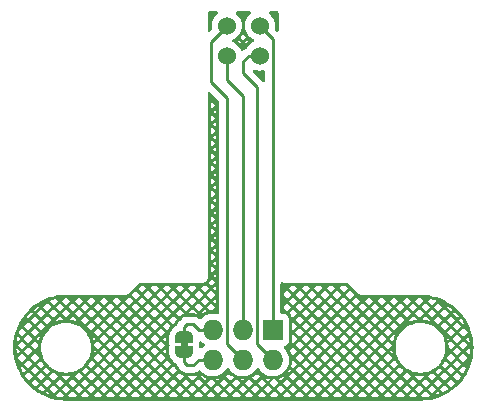
<source format=gbl>
G04 #@! TF.GenerationSoftware,KiCad,Pcbnew,6.0.9-8da3e8f707~116~ubuntu20.04.1*
G04 #@! TF.CreationDate,2023-05-05T17:23:47+00:00*
G04 #@! TF.ProjectId,LEC009212,4c454330-3039-4323-9132-2e6b69636164,rev?*
G04 #@! TF.SameCoordinates,Original*
G04 #@! TF.FileFunction,Copper,L2,Bot*
G04 #@! TF.FilePolarity,Positive*
%FSLAX46Y46*%
G04 Gerber Fmt 4.6, Leading zero omitted, Abs format (unit mm)*
G04 Created by KiCad (PCBNEW 6.0.9-8da3e8f707~116~ubuntu20.04.1) date 2023-05-05 17:23:47*
%MOMM*%
%LPD*%
G01*
G04 APERTURE LIST*
G04 Aperture macros list*
%AMFreePoly0*
4,1,22,0.500000,-0.750000,0.000000,-0.750000,0.000000,-0.745033,-0.079941,-0.743568,-0.215256,-0.701293,-0.333266,-0.622738,-0.424486,-0.514219,-0.481581,-0.384460,-0.499164,-0.250000,-0.500000,-0.250000,-0.500000,0.250000,-0.499164,0.250000,-0.499963,0.256109,-0.478152,0.396186,-0.417904,0.524511,-0.324060,0.630769,-0.204165,0.706417,-0.067858,0.745374,0.000000,0.744959,0.000000,0.750000,
0.500000,0.750000,0.500000,-0.750000,0.500000,-0.750000,$1*%
%AMFreePoly1*
4,1,20,0.000000,0.744959,0.073905,0.744508,0.209726,0.703889,0.328688,0.626782,0.421226,0.519385,0.479903,0.390333,0.500000,0.250000,0.500000,-0.250000,0.499851,-0.262216,0.476331,-0.402017,0.414519,-0.529596,0.319384,-0.634700,0.198574,-0.708877,0.061801,-0.746166,0.000000,-0.745033,0.000000,-0.750000,-0.500000,-0.750000,-0.500000,0.750000,0.000000,0.750000,0.000000,0.744959,
0.000000,0.744959,$1*%
G04 Aperture macros list end*
G04 #@! TA.AperFunction,ComponentPad*
%ADD10R,1.727200X1.727200*%
G04 #@! TD*
G04 #@! TA.AperFunction,ComponentPad*
%ADD11O,1.727200X1.727200*%
G04 #@! TD*
G04 #@! TA.AperFunction,ComponentPad*
%ADD12C,1.524000*%
G04 #@! TD*
G04 #@! TA.AperFunction,SMDPad,CuDef*
%ADD13FreePoly0,270.000000*%
G04 #@! TD*
G04 #@! TA.AperFunction,SMDPad,CuDef*
%ADD14FreePoly1,270.000000*%
G04 #@! TD*
G04 #@! TA.AperFunction,Conductor*
%ADD15C,0.250000*%
G04 #@! TD*
G04 APERTURE END LIST*
G04 #@! TO.C,JP1*
G36*
X80300000Y-49000000D02*
G01*
X79700000Y-49000000D01*
X79700000Y-48500000D01*
X80300000Y-48500000D01*
X80300000Y-49000000D01*
G37*
G04 #@! TD*
D10*
G04 #@! TO.P,J1,1,Pin_1*
G04 #@! TO.N,Net-(J1-Pad1)*
X87500000Y-47500000D03*
D11*
G04 #@! TO.P,J1,2,Pin_2*
G04 #@! TO.N,Net-(J1-Pad2)*
X87500000Y-50040000D03*
G04 #@! TO.P,J1,3,Pin_3*
G04 #@! TO.N,Net-(U1-Pad3)*
X84960000Y-47500000D03*
G04 #@! TO.P,J1,4,Pin_4*
G04 #@! TO.N,Net-(U1-Pad4)*
X84960000Y-50040000D03*
G04 #@! TO.P,J1,5,Pin_5*
G04 #@! TO.N,Net-(J1-Pad5)*
X82420000Y-47500000D03*
G04 #@! TO.P,J1,6,Pin_6*
G04 #@! TO.N,Net-(J1-Pad6)*
X82420000Y-50040000D03*
G04 #@! TD*
D12*
G04 #@! TO.P,U1,1,A*
G04 #@! TO.N,Net-(J1-Pad1)*
X86400000Y-21730000D03*
G04 #@! TO.P,U1,2,K*
G04 #@! TO.N,Net-(J1-Pad2)*
X86400000Y-24270000D03*
G04 #@! TO.P,U1,3*
G04 #@! TO.N,Net-(U1-Pad3)*
X83600000Y-24270000D03*
G04 #@! TO.P,U1,4*
G04 #@! TO.N,Net-(U1-Pad4)*
X83600000Y-21730000D03*
G04 #@! TD*
D13*
G04 #@! TO.P,JP1,1,A*
G04 #@! TO.N,Net-(J1-Pad5)*
X80000000Y-48100000D03*
D14*
G04 #@! TO.P,JP1,2,B*
G04 #@! TO.N,Net-(J1-Pad6)*
X80000000Y-49400000D03*
G04 #@! TD*
D15*
G04 #@! TO.N,Net-(J1-Pad5)*
X80000000Y-47250000D02*
X80000000Y-48100000D01*
X80250000Y-47000000D02*
X80000000Y-47250000D01*
X82420000Y-47500000D02*
X81250000Y-47500000D01*
X81250000Y-47500000D02*
X80750000Y-47000000D01*
X80750000Y-47000000D02*
X80250000Y-47000000D01*
G04 #@! TO.N,Net-(J1-Pad6)*
X82420000Y-50040000D02*
X81210000Y-50040000D01*
X80750000Y-50500000D02*
X80250000Y-50500000D01*
X81210000Y-50040000D02*
X80750000Y-50500000D01*
X80250000Y-50500000D02*
X80000000Y-50250000D01*
X80000000Y-50250000D02*
X80000000Y-49400000D01*
G04 #@! TO.N,Net-(U1-Pad4)*
X83608111Y-48688111D02*
X83608111Y-27858111D01*
X84960000Y-50040000D02*
X83608111Y-48688111D01*
X82250000Y-23080000D02*
X83600000Y-21730000D01*
X83608111Y-27858111D02*
X82250000Y-26500000D01*
X82250000Y-26500000D02*
X82250000Y-23080000D01*
G04 #@! TO.N,Net-(J1-Pad2)*
X86148111Y-48688111D02*
X86148111Y-26898111D01*
X87500000Y-50040000D02*
X86148111Y-48688111D01*
X85000000Y-24750000D02*
X85480000Y-24270000D01*
X86148111Y-26898111D02*
X85000000Y-25750000D01*
X85000000Y-25750000D02*
X85000000Y-24750000D01*
X85480000Y-24270000D02*
X86400000Y-24270000D01*
G04 #@! TO.N,Net-(J1-Pad1)*
X87500000Y-47500000D02*
X87500000Y-22830000D01*
X87500000Y-22830000D02*
X86400000Y-21730000D01*
G04 #@! TO.N,Net-(U1-Pad3)*
X83600000Y-24270000D02*
X83600000Y-26350000D01*
X83600000Y-26350000D02*
X84960000Y-27710000D01*
X84960000Y-27710000D02*
X84960000Y-47500000D01*
G04 #@! TD*
G04 #@! TA.AperFunction,NonConductor*
G36*
X82798648Y-20528002D02*
G01*
X82845141Y-20581658D01*
X82855245Y-20651932D01*
X82825751Y-20716512D01*
X82802798Y-20737213D01*
X82784730Y-20749864D01*
X82784727Y-20749866D01*
X82780219Y-20753023D01*
X82623023Y-20910219D01*
X82495512Y-21092324D01*
X82493189Y-21097306D01*
X82493186Y-21097311D01*
X82403883Y-21288822D01*
X82401560Y-21293804D01*
X82344022Y-21508537D01*
X82324647Y-21730000D01*
X82344022Y-21951463D01*
X82345446Y-21956776D01*
X82345447Y-21956783D01*
X82354485Y-21990514D01*
X82352796Y-22061490D01*
X82321874Y-22112221D01*
X82223095Y-22211000D01*
X82160783Y-22245026D01*
X82089968Y-22239961D01*
X82033132Y-22197414D01*
X82008321Y-22130894D01*
X82008000Y-22121905D01*
X82008000Y-20634000D01*
X82028002Y-20565879D01*
X82081658Y-20519386D01*
X82134000Y-20508000D01*
X82730527Y-20508000D01*
X82798648Y-20528002D01*
G37*
G04 #@! TD.AperFunction*
G04 #@! TA.AperFunction,NonConductor*
G36*
X87934121Y-20528002D02*
G01*
X87980614Y-20581658D01*
X87992000Y-20634000D01*
X87992000Y-22121906D01*
X87971998Y-22190027D01*
X87918342Y-22236520D01*
X87848068Y-22246624D01*
X87783488Y-22217130D01*
X87776905Y-22211001D01*
X87678126Y-22112222D01*
X87644100Y-22049910D01*
X87645514Y-21990516D01*
X87651643Y-21967642D01*
X87655978Y-21951463D01*
X87675353Y-21730000D01*
X87655978Y-21508537D01*
X87598440Y-21293804D01*
X87596117Y-21288822D01*
X87506814Y-21097311D01*
X87506811Y-21097306D01*
X87504488Y-21092324D01*
X87376977Y-20910219D01*
X87219781Y-20753023D01*
X87215273Y-20749866D01*
X87215270Y-20749864D01*
X87197202Y-20737213D01*
X87152874Y-20681756D01*
X87145565Y-20611137D01*
X87177596Y-20547776D01*
X87238797Y-20511791D01*
X87269473Y-20508000D01*
X87866000Y-20508000D01*
X87934121Y-20528002D01*
G37*
G04 #@! TD.AperFunction*
G04 #@! TA.AperFunction,NonConductor*
G36*
X85598648Y-20528002D02*
G01*
X85645141Y-20581658D01*
X85655245Y-20651932D01*
X85625751Y-20716512D01*
X85602798Y-20737213D01*
X85584730Y-20749864D01*
X85584727Y-20749866D01*
X85580219Y-20753023D01*
X85423023Y-20910219D01*
X85295512Y-21092324D01*
X85293189Y-21097306D01*
X85293186Y-21097311D01*
X85203883Y-21288822D01*
X85201560Y-21293804D01*
X85144022Y-21508537D01*
X85143543Y-21514016D01*
X85125521Y-21720010D01*
X85123296Y-21725699D01*
X85123530Y-21726144D01*
X85125521Y-21739990D01*
X85144022Y-21951463D01*
X85201560Y-22166196D01*
X85203882Y-22171177D01*
X85203883Y-22171178D01*
X85293186Y-22362689D01*
X85293189Y-22362694D01*
X85295512Y-22367676D01*
X85298668Y-22372183D01*
X85298669Y-22372185D01*
X85377601Y-22484911D01*
X85423023Y-22549781D01*
X85580219Y-22706977D01*
X85584727Y-22710134D01*
X85584730Y-22710136D01*
X85621951Y-22736198D01*
X85762323Y-22834488D01*
X85767305Y-22836811D01*
X85767310Y-22836814D01*
X85872373Y-22885805D01*
X85925658Y-22932722D01*
X85945119Y-23000999D01*
X85924577Y-23068959D01*
X85872373Y-23114195D01*
X85767311Y-23163186D01*
X85767306Y-23163189D01*
X85762324Y-23165512D01*
X85757817Y-23168668D01*
X85757815Y-23168669D01*
X85584730Y-23289864D01*
X85584727Y-23289866D01*
X85580219Y-23293023D01*
X85423023Y-23450219D01*
X85295512Y-23632324D01*
X85294208Y-23631411D01*
X85248131Y-23675349D01*
X85240428Y-23678997D01*
X85234024Y-23681768D01*
X85226407Y-23683981D01*
X85219582Y-23688017D01*
X85219580Y-23688018D01*
X85208966Y-23694295D01*
X85191213Y-23702992D01*
X85183568Y-23706019D01*
X85172383Y-23710448D01*
X85165968Y-23715109D01*
X85136612Y-23736437D01*
X85126695Y-23742951D01*
X85088638Y-23765458D01*
X85074317Y-23779779D01*
X85059284Y-23792619D01*
X85042893Y-23804528D01*
X85037840Y-23810636D01*
X85014708Y-23838598D01*
X85006718Y-23847378D01*
X84996234Y-23857862D01*
X84933922Y-23891888D01*
X84863107Y-23886823D01*
X84806271Y-23844276D01*
X84792944Y-23822017D01*
X84706814Y-23637311D01*
X84706811Y-23637306D01*
X84704488Y-23632324D01*
X84576977Y-23450219D01*
X84419781Y-23293023D01*
X84415273Y-23289866D01*
X84415270Y-23289864D01*
X84339505Y-23236813D01*
X84237677Y-23165512D01*
X84232695Y-23163189D01*
X84232690Y-23163186D01*
X84127627Y-23114195D01*
X84074342Y-23067278D01*
X84055166Y-23000000D01*
X84484933Y-23000000D01*
X84578892Y-23065791D01*
X84583326Y-23069043D01*
X84585084Y-23070392D01*
X84589374Y-23073834D01*
X84606198Y-23087952D01*
X84610288Y-23091538D01*
X84611922Y-23093034D01*
X84615932Y-23096872D01*
X84723056Y-23203996D01*
X84779972Y-23147080D01*
X85137766Y-23147080D01*
X85235813Y-23245127D01*
X85384068Y-23096872D01*
X85388078Y-23093034D01*
X85389712Y-23091538D01*
X85393802Y-23087952D01*
X85410626Y-23073834D01*
X85414916Y-23070392D01*
X85416674Y-23069043D01*
X85421108Y-23065791D01*
X85515067Y-23000000D01*
X85421108Y-22934209D01*
X85416674Y-22930957D01*
X85414916Y-22929608D01*
X85410626Y-22926166D01*
X85393802Y-22912048D01*
X85389712Y-22908462D01*
X85388078Y-22906966D01*
X85384068Y-22903128D01*
X85382893Y-22901953D01*
X85137766Y-23147080D01*
X84779972Y-23147080D01*
X84571957Y-22939065D01*
X84484933Y-23000000D01*
X84055166Y-23000000D01*
X84054881Y-22999001D01*
X84075423Y-22931041D01*
X84127627Y-22885805D01*
X84232690Y-22836814D01*
X84232695Y-22836811D01*
X84237677Y-22834488D01*
X84338077Y-22764187D01*
X84754873Y-22764187D01*
X84958869Y-22968183D01*
X85205588Y-22721464D01*
X85203834Y-22719374D01*
X85200392Y-22715084D01*
X85199043Y-22713326D01*
X85195791Y-22708892D01*
X85068280Y-22526787D01*
X85065234Y-22522229D01*
X85064043Y-22520360D01*
X85061183Y-22515648D01*
X85050201Y-22496627D01*
X85047559Y-22491810D01*
X85046536Y-22489845D01*
X85044102Y-22484911D01*
X85000000Y-22390334D01*
X84955898Y-22484911D01*
X84953464Y-22489845D01*
X84952441Y-22491810D01*
X84949799Y-22496627D01*
X84938817Y-22515648D01*
X84935957Y-22520360D01*
X84934766Y-22522229D01*
X84931720Y-22526787D01*
X84804209Y-22708892D01*
X84800957Y-22713326D01*
X84799608Y-22715084D01*
X84796166Y-22719374D01*
X84782048Y-22736198D01*
X84778462Y-22740288D01*
X84776966Y-22741922D01*
X84773128Y-22745932D01*
X84754873Y-22764187D01*
X84338077Y-22764187D01*
X84378049Y-22736198D01*
X84415270Y-22710136D01*
X84415273Y-22710134D01*
X84419781Y-22706977D01*
X84576977Y-22549781D01*
X84622400Y-22484911D01*
X84701331Y-22372185D01*
X84701332Y-22372183D01*
X84704488Y-22367676D01*
X84706811Y-22362694D01*
X84706814Y-22362689D01*
X84796117Y-22171178D01*
X84796118Y-22171177D01*
X84798440Y-22166196D01*
X84855978Y-21951463D01*
X84874479Y-21739990D01*
X84876704Y-21734301D01*
X84876470Y-21733856D01*
X84874479Y-21720010D01*
X84856457Y-21514016D01*
X84855978Y-21508537D01*
X84798440Y-21293804D01*
X84796117Y-21288822D01*
X84706814Y-21097311D01*
X84706811Y-21097306D01*
X84704488Y-21092324D01*
X84576977Y-20910219D01*
X84419781Y-20753023D01*
X84415273Y-20749866D01*
X84415270Y-20749864D01*
X84397202Y-20737213D01*
X84352874Y-20681756D01*
X84345565Y-20611137D01*
X84377596Y-20547776D01*
X84438797Y-20511791D01*
X84469473Y-20508000D01*
X85530527Y-20508000D01*
X85598648Y-20528002D01*
G37*
G04 #@! TD.AperFunction*
G04 #@! TA.AperFunction,NonConductor*
G36*
X85953543Y-25464526D02*
G01*
X85953649Y-25464234D01*
X85955386Y-25464866D01*
X85956632Y-25465096D01*
X85958820Y-25466116D01*
X85963804Y-25468440D01*
X85969112Y-25469862D01*
X85969114Y-25469863D01*
X86034949Y-25487503D01*
X86178537Y-25525978D01*
X86400000Y-25545353D01*
X86621463Y-25525978D01*
X86707889Y-25502820D01*
X86778865Y-25504510D01*
X86837661Y-25544304D01*
X86865609Y-25609568D01*
X86866500Y-25624527D01*
X86866500Y-26416406D01*
X86846498Y-26484527D01*
X86792842Y-26531020D01*
X86722568Y-26541124D01*
X86657988Y-26511630D01*
X86651405Y-26505501D01*
X86638332Y-26492428D01*
X86625491Y-26477394D01*
X86618242Y-26467417D01*
X86613583Y-26461004D01*
X86607479Y-26455954D01*
X86607474Y-26455949D01*
X86579513Y-26432818D01*
X86570733Y-26424828D01*
X85814295Y-25668390D01*
X85780269Y-25606078D01*
X85785334Y-25535263D01*
X85827881Y-25478427D01*
X85894401Y-25453616D01*
X85953543Y-25464526D01*
G37*
G04 #@! TD.AperFunction*
G04 #@! TA.AperFunction,NonConductor*
G36*
X81470214Y-48494905D02*
G01*
X81586984Y-48591849D01*
X81630299Y-48627810D01*
X81634751Y-48630412D01*
X81634756Y-48630415D01*
X81684069Y-48659231D01*
X81732792Y-48710870D01*
X81745863Y-48780653D01*
X81719131Y-48846425D01*
X81688595Y-48873783D01*
X81686335Y-48874960D01*
X81603096Y-48937457D01*
X81519797Y-49000000D01*
X81505905Y-49010430D01*
X81502333Y-49014168D01*
X81480823Y-49036677D01*
X81419299Y-49072107D01*
X81348387Y-49068650D01*
X81290600Y-49027404D01*
X81264286Y-48961464D01*
X81263729Y-48949626D01*
X81263729Y-48900000D01*
X81258500Y-48826889D01*
X81247833Y-48790560D01*
X81244012Y-48737131D01*
X81254186Y-48666373D01*
X81263729Y-48600000D01*
X81263729Y-48591849D01*
X81283731Y-48523728D01*
X81337387Y-48477235D01*
X81407661Y-48467131D01*
X81470214Y-48494905D01*
G37*
G04 #@! TD.AperFunction*
G04 #@! TA.AperFunction,NonConductor*
G36*
X82216512Y-27362871D02*
G01*
X82223096Y-27369000D01*
X82937707Y-28083612D01*
X82971732Y-28145924D01*
X82974611Y-28172707D01*
X82974611Y-46062445D01*
X82954609Y-46130566D01*
X82900953Y-46177059D01*
X82830679Y-46187163D01*
X82806552Y-46181218D01*
X82776571Y-46170601D01*
X82776564Y-46170599D01*
X82771698Y-46168876D01*
X82624941Y-46142734D01*
X82554657Y-46130214D01*
X82554653Y-46130214D01*
X82549569Y-46129308D01*
X82477574Y-46128429D01*
X82329129Y-46126615D01*
X82329127Y-46126615D01*
X82323959Y-46126552D01*
X82100929Y-46160680D01*
X81886468Y-46230777D01*
X81881876Y-46233167D01*
X81881877Y-46233167D01*
X81701611Y-46327008D01*
X81686335Y-46334960D01*
X81682202Y-46338063D01*
X81682199Y-46338065D01*
X81511235Y-46466428D01*
X81505905Y-46470430D01*
X81502333Y-46474168D01*
X81405660Y-46575330D01*
X81344135Y-46610760D01*
X81273223Y-46607303D01*
X81228314Y-46580130D01*
X81192350Y-46546358D01*
X81189507Y-46543602D01*
X81169770Y-46523865D01*
X81166573Y-46521385D01*
X81157551Y-46513680D01*
X81144116Y-46501064D01*
X81125321Y-46483414D01*
X81118375Y-46479595D01*
X81118372Y-46479593D01*
X81107566Y-46473652D01*
X81091047Y-46462801D01*
X81090583Y-46462441D01*
X81075041Y-46450386D01*
X81067772Y-46447241D01*
X81067768Y-46447238D01*
X81034463Y-46432826D01*
X81023813Y-46427609D01*
X80985060Y-46406305D01*
X80965437Y-46401267D01*
X80946734Y-46394863D01*
X80935420Y-46389967D01*
X80935419Y-46389967D01*
X80928145Y-46386819D01*
X80920322Y-46385580D01*
X80920312Y-46385577D01*
X80884476Y-46379901D01*
X80872856Y-46377495D01*
X80837711Y-46368472D01*
X80837710Y-46368472D01*
X80830030Y-46366500D01*
X80809776Y-46366500D01*
X80790065Y-46364949D01*
X80787534Y-46364548D01*
X80770057Y-46361780D01*
X80762165Y-46362526D01*
X80726039Y-46365941D01*
X80714181Y-46366500D01*
X80328763Y-46366500D01*
X80317579Y-46365973D01*
X80310091Y-46364299D01*
X80302168Y-46364548D01*
X80242033Y-46366438D01*
X80238075Y-46366500D01*
X80210144Y-46366500D01*
X80206229Y-46366995D01*
X80206225Y-46366995D01*
X80206167Y-46367003D01*
X80206138Y-46367006D01*
X80194296Y-46367939D01*
X80150110Y-46369327D01*
X80132744Y-46374372D01*
X80130658Y-46374978D01*
X80111306Y-46378986D01*
X80099068Y-46380532D01*
X80099066Y-46380533D01*
X80091203Y-46381526D01*
X80050086Y-46397806D01*
X80038885Y-46401641D01*
X79996406Y-46413982D01*
X79989587Y-46418015D01*
X79989582Y-46418017D01*
X79978971Y-46424293D01*
X79961221Y-46432990D01*
X79942383Y-46440448D01*
X79935967Y-46445109D01*
X79935966Y-46445110D01*
X79906625Y-46466428D01*
X79896701Y-46472947D01*
X79865460Y-46491422D01*
X79865455Y-46491426D01*
X79858637Y-46495458D01*
X79844313Y-46509782D01*
X79829281Y-46522621D01*
X79812893Y-46534528D01*
X79784712Y-46568593D01*
X79776722Y-46577373D01*
X79607747Y-46746348D01*
X79599461Y-46753888D01*
X79592982Y-46758000D01*
X79587557Y-46763777D01*
X79546357Y-46807651D01*
X79543602Y-46810493D01*
X79523865Y-46830230D01*
X79521385Y-46833427D01*
X79513682Y-46842447D01*
X79483414Y-46874679D01*
X79479595Y-46881625D01*
X79479593Y-46881628D01*
X79473652Y-46892434D01*
X79462801Y-46908953D01*
X79450386Y-46924959D01*
X79447241Y-46932228D01*
X79447238Y-46932232D01*
X79432826Y-46965537D01*
X79427609Y-46976187D01*
X79406305Y-47014940D01*
X79404334Y-47022615D01*
X79404334Y-47022616D01*
X79401267Y-47034562D01*
X79394863Y-47053266D01*
X79386819Y-47071855D01*
X79385579Y-47079684D01*
X79385578Y-47079687D01*
X79383890Y-47090341D01*
X79353476Y-47154493D01*
X79310189Y-47185955D01*
X79276159Y-47200928D01*
X79267495Y-47206321D01*
X79156306Y-47275530D01*
X79156302Y-47275533D01*
X79152504Y-47277897D01*
X79149076Y-47280779D01*
X79149074Y-47280780D01*
X79100957Y-47321226D01*
X79042869Y-47370054D01*
X78945782Y-47478639D01*
X78943297Y-47482372D01*
X78943294Y-47482376D01*
X78870761Y-47591341D01*
X78866419Y-47597864D01*
X78803711Y-47729333D01*
X78802374Y-47733612D01*
X78802373Y-47733615D01*
X78789215Y-47775732D01*
X78761001Y-47866039D01*
X78737713Y-48009821D01*
X78735088Y-48153020D01*
X78735641Y-48157465D01*
X78735878Y-48161944D01*
X78735751Y-48161951D01*
X78736271Y-48170339D01*
X78736271Y-48600000D01*
X78741500Y-48673111D01*
X78743403Y-48679591D01*
X78752167Y-48709438D01*
X78755988Y-48762868D01*
X78736271Y-48900000D01*
X78736271Y-49387322D01*
X78736250Y-49389630D01*
X78735088Y-49453020D01*
X78735796Y-49458700D01*
X78750954Y-49580391D01*
X78753093Y-49597565D01*
X78790766Y-49735745D01*
X78792548Y-49739862D01*
X78792549Y-49739866D01*
X78836038Y-49840362D01*
X78848612Y-49869420D01*
X78923552Y-49991472D01*
X78926415Y-49994920D01*
X78926416Y-49994922D01*
X79010428Y-50096115D01*
X79016592Y-50103540D01*
X79122776Y-50199654D01*
X79243536Y-50281107D01*
X79247572Y-50283062D01*
X79247573Y-50283063D01*
X79312283Y-50314414D01*
X79364867Y-50362116D01*
X79379388Y-50396474D01*
X79380532Y-50400930D01*
X79381526Y-50408797D01*
X79384445Y-50416168D01*
X79384445Y-50416170D01*
X79397804Y-50449912D01*
X79401649Y-50461142D01*
X79413982Y-50503593D01*
X79418015Y-50510412D01*
X79418017Y-50510417D01*
X79424293Y-50521028D01*
X79432988Y-50538776D01*
X79440448Y-50557617D01*
X79445110Y-50564033D01*
X79445110Y-50564034D01*
X79466436Y-50593387D01*
X79472952Y-50603307D01*
X79489772Y-50631747D01*
X79495458Y-50641362D01*
X79509779Y-50655683D01*
X79522619Y-50670716D01*
X79534528Y-50687107D01*
X79563938Y-50711437D01*
X79568605Y-50715298D01*
X79577384Y-50723288D01*
X79746343Y-50892247D01*
X79753887Y-50900537D01*
X79758000Y-50907018D01*
X79763777Y-50912443D01*
X79807667Y-50953658D01*
X79810509Y-50956413D01*
X79830230Y-50976134D01*
X79833425Y-50978612D01*
X79842447Y-50986318D01*
X79874679Y-51016586D01*
X79881628Y-51020406D01*
X79892432Y-51026346D01*
X79908956Y-51037199D01*
X79924959Y-51049613D01*
X79965543Y-51067176D01*
X79976173Y-51072383D01*
X80014940Y-51093695D01*
X80022617Y-51095666D01*
X80022622Y-51095668D01*
X80034558Y-51098732D01*
X80053266Y-51105137D01*
X80071855Y-51113181D01*
X80079680Y-51114420D01*
X80079682Y-51114421D01*
X80115519Y-51120097D01*
X80127140Y-51122504D01*
X80158959Y-51130673D01*
X80169970Y-51133500D01*
X80190231Y-51133500D01*
X80209940Y-51135051D01*
X80229943Y-51138219D01*
X80237835Y-51137473D01*
X80243062Y-51136979D01*
X80273954Y-51134059D01*
X80285811Y-51133500D01*
X80671233Y-51133500D01*
X80682416Y-51134027D01*
X80689909Y-51135702D01*
X80697835Y-51135453D01*
X80697836Y-51135453D01*
X80757986Y-51133562D01*
X80761945Y-51133500D01*
X80789856Y-51133500D01*
X80793791Y-51133003D01*
X80793856Y-51132995D01*
X80805693Y-51132062D01*
X80837951Y-51131048D01*
X80841970Y-51130922D01*
X80849889Y-51130673D01*
X80869343Y-51125021D01*
X80888700Y-51121013D01*
X80900930Y-51119468D01*
X80900931Y-51119468D01*
X80908797Y-51118474D01*
X80916168Y-51115555D01*
X80916170Y-51115555D01*
X80949912Y-51102196D01*
X80961142Y-51098351D01*
X80995983Y-51088229D01*
X80995984Y-51088229D01*
X81003593Y-51086018D01*
X81010412Y-51081985D01*
X81010417Y-51081983D01*
X81021028Y-51075707D01*
X81038776Y-51067012D01*
X81057617Y-51059552D01*
X81077987Y-51044753D01*
X81093387Y-51033564D01*
X81103307Y-51027048D01*
X81134535Y-51008580D01*
X81134538Y-51008578D01*
X81141362Y-51004542D01*
X81155683Y-50990221D01*
X81170717Y-50977380D01*
X81172432Y-50976134D01*
X81187107Y-50965472D01*
X81192156Y-50959369D01*
X81192160Y-50959365D01*
X81199299Y-50950735D01*
X81258134Y-50910998D01*
X81329112Y-50909377D01*
X81391620Y-50948554D01*
X81456702Y-51023687D01*
X81630299Y-51167810D01*
X81634751Y-51170412D01*
X81634756Y-51170415D01*
X81794375Y-51263689D01*
X81825103Y-51281645D01*
X82035884Y-51362134D01*
X82040952Y-51363165D01*
X82040955Y-51363166D01*
X82144498Y-51384232D01*
X82256981Y-51407117D01*
X82262156Y-51407307D01*
X82262158Y-51407307D01*
X82477292Y-51415196D01*
X82477296Y-51415196D01*
X82482456Y-51415385D01*
X82487576Y-51414729D01*
X82487578Y-51414729D01*
X82593148Y-51401205D01*
X82706253Y-51386716D01*
X82711202Y-51385231D01*
X82711208Y-51385230D01*
X82917413Y-51323365D01*
X82917412Y-51323365D01*
X82922363Y-51321880D01*
X83042428Y-51263061D01*
X83120331Y-51224897D01*
X83120336Y-51224894D01*
X83124982Y-51222618D01*
X83129192Y-51219615D01*
X83129197Y-51219612D01*
X83304455Y-51094601D01*
X83304459Y-51094597D01*
X83308667Y-51091596D01*
X83468487Y-50932333D01*
X83525926Y-50852398D01*
X83589370Y-50764107D01*
X83645364Y-50720459D01*
X83716068Y-50714013D01*
X83779032Y-50746816D01*
X83799125Y-50771799D01*
X83846275Y-50848743D01*
X83846283Y-50848753D01*
X83848975Y-50853147D01*
X83996702Y-51023687D01*
X84170299Y-51167810D01*
X84174751Y-51170412D01*
X84174756Y-51170415D01*
X84334375Y-51263689D01*
X84365103Y-51281645D01*
X84575884Y-51362134D01*
X84580952Y-51363165D01*
X84580955Y-51363166D01*
X84684498Y-51384232D01*
X84796981Y-51407117D01*
X84802156Y-51407307D01*
X84802158Y-51407307D01*
X85017292Y-51415196D01*
X85017296Y-51415196D01*
X85022456Y-51415385D01*
X85027576Y-51414729D01*
X85027578Y-51414729D01*
X85133148Y-51401205D01*
X85246253Y-51386716D01*
X85251202Y-51385231D01*
X85251208Y-51385230D01*
X85457413Y-51323365D01*
X85457412Y-51323365D01*
X85462363Y-51321880D01*
X85582428Y-51263061D01*
X85660331Y-51224897D01*
X85660336Y-51224894D01*
X85664982Y-51222618D01*
X85669192Y-51219615D01*
X85669197Y-51219612D01*
X85844455Y-51094601D01*
X85844459Y-51094597D01*
X85848667Y-51091596D01*
X86008487Y-50932333D01*
X86065926Y-50852398D01*
X86129370Y-50764107D01*
X86185364Y-50720459D01*
X86256068Y-50714013D01*
X86319032Y-50746816D01*
X86339125Y-50771799D01*
X86386275Y-50848743D01*
X86386283Y-50848753D01*
X86388975Y-50853147D01*
X86536702Y-51023687D01*
X86710299Y-51167810D01*
X86714751Y-51170412D01*
X86714756Y-51170415D01*
X86874375Y-51263689D01*
X86905103Y-51281645D01*
X87115884Y-51362134D01*
X87120952Y-51363165D01*
X87120955Y-51363166D01*
X87224498Y-51384232D01*
X87336981Y-51407117D01*
X87342156Y-51407307D01*
X87342158Y-51407307D01*
X87557292Y-51415196D01*
X87557296Y-51415196D01*
X87562456Y-51415385D01*
X87567576Y-51414729D01*
X87567578Y-51414729D01*
X87673148Y-51401205D01*
X87786253Y-51386716D01*
X87791202Y-51385231D01*
X87791208Y-51385230D01*
X87997413Y-51323365D01*
X87997412Y-51323365D01*
X88002363Y-51321880D01*
X88122428Y-51263061D01*
X88200331Y-51224897D01*
X88200336Y-51224894D01*
X88204982Y-51222618D01*
X88208696Y-51219969D01*
X88652836Y-51219969D01*
X88695928Y-51263061D01*
X89050896Y-50908092D01*
X89408692Y-50908092D01*
X89763660Y-51263061D01*
X90118628Y-50908093D01*
X90118627Y-50908092D01*
X90476423Y-50908092D01*
X90831391Y-51263061D01*
X91186359Y-50908093D01*
X91544154Y-50908093D01*
X91899122Y-51263061D01*
X92254089Y-50908093D01*
X92611885Y-50908093D01*
X92966853Y-51263061D01*
X93321821Y-50908092D01*
X93679617Y-50908092D01*
X94034585Y-51263061D01*
X94389553Y-50908093D01*
X94389552Y-50908092D01*
X94747348Y-50908092D01*
X95102316Y-51263061D01*
X95457284Y-50908093D01*
X95815079Y-50908093D01*
X96170047Y-51263061D01*
X96525014Y-50908093D01*
X96882810Y-50908093D01*
X97237778Y-51263061D01*
X97592746Y-50908092D01*
X97950542Y-50908092D01*
X98305510Y-51263061D01*
X98621259Y-50947312D01*
X98490977Y-50853694D01*
X98487556Y-50851148D01*
X98486188Y-50850093D01*
X98482823Y-50847404D01*
X98469616Y-50836479D01*
X98466349Y-50833682D01*
X98465055Y-50832535D01*
X98461901Y-50829642D01*
X98253363Y-50631747D01*
X98250311Y-50628750D01*
X98249098Y-50627518D01*
X98246135Y-50624404D01*
X98240432Y-50618202D01*
X97950542Y-50908092D01*
X97592746Y-50908092D01*
X97237779Y-50553125D01*
X96882810Y-50908093D01*
X96525014Y-50908093D01*
X96525015Y-50908092D01*
X96170048Y-50553125D01*
X95815079Y-50908093D01*
X95457284Y-50908093D01*
X95102315Y-50553125D01*
X94747348Y-50908092D01*
X94389552Y-50908092D01*
X94034584Y-50553125D01*
X93679617Y-50908092D01*
X93321821Y-50908092D01*
X92966854Y-50553125D01*
X92611885Y-50908093D01*
X92254089Y-50908093D01*
X92254090Y-50908092D01*
X91899123Y-50553125D01*
X91544154Y-50908093D01*
X91186359Y-50908093D01*
X90831390Y-50553125D01*
X90476423Y-50908092D01*
X90118627Y-50908092D01*
X89763659Y-50553125D01*
X89408692Y-50908092D01*
X89050896Y-50908092D01*
X88957274Y-50814470D01*
X88928835Y-50872013D01*
X88926444Y-50876610D01*
X88925445Y-50878438D01*
X88922881Y-50882910D01*
X88912246Y-50900609D01*
X88909499Y-50904976D01*
X88908354Y-50906716D01*
X88905421Y-50910979D01*
X88773758Y-51094207D01*
X88770676Y-51098318D01*
X88769393Y-51099958D01*
X88766110Y-51103980D01*
X88752728Y-51119705D01*
X88749275Y-51123597D01*
X88747860Y-51125127D01*
X88744296Y-51128827D01*
X88652836Y-51219969D01*
X88208696Y-51219969D01*
X88209192Y-51219615D01*
X88209197Y-51219612D01*
X88384455Y-51094601D01*
X88384459Y-51094597D01*
X88388667Y-51091596D01*
X88548487Y-50932333D01*
X88680150Y-50749105D01*
X88771549Y-50564173D01*
X89064771Y-50564173D01*
X89229794Y-50729196D01*
X89584763Y-50374227D01*
X89942558Y-50374227D01*
X90297526Y-50729195D01*
X90652494Y-50374227D01*
X91010288Y-50374227D01*
X91365256Y-50729195D01*
X91720224Y-50374227D01*
X92078019Y-50374227D01*
X92432987Y-50729195D01*
X92787955Y-50374227D01*
X93145752Y-50374227D01*
X93500720Y-50729195D01*
X93855688Y-50374227D01*
X94213483Y-50374227D01*
X94568451Y-50729195D01*
X94923419Y-50374227D01*
X95281213Y-50374227D01*
X95636181Y-50729195D01*
X95991149Y-50374227D01*
X96348944Y-50374227D01*
X96703912Y-50729195D01*
X97058880Y-50374227D01*
X97416677Y-50374227D01*
X97771645Y-50729195D01*
X98080614Y-50420226D01*
X98048070Y-50379604D01*
X98045438Y-50376201D01*
X98044404Y-50374816D01*
X98041904Y-50371346D01*
X98032122Y-50357271D01*
X98029751Y-50353734D01*
X98028813Y-50352282D01*
X98026534Y-50348617D01*
X97915531Y-50163145D01*
X97771645Y-50019259D01*
X97416677Y-50374227D01*
X97058880Y-50374227D01*
X96703912Y-50019259D01*
X96348944Y-50374227D01*
X95991149Y-50374227D01*
X95636181Y-50019259D01*
X95281213Y-50374227D01*
X94923419Y-50374227D01*
X94568451Y-50019259D01*
X94213483Y-50374227D01*
X93855688Y-50374227D01*
X93500720Y-50019259D01*
X93145752Y-50374227D01*
X92787955Y-50374227D01*
X92432987Y-50019259D01*
X92078019Y-50374227D01*
X91720224Y-50374227D01*
X91365256Y-50019259D01*
X91010288Y-50374227D01*
X90652494Y-50374227D01*
X90297526Y-50019259D01*
X89942558Y-50374227D01*
X89584763Y-50374227D01*
X89229795Y-50019259D01*
X89152911Y-50096142D01*
X89152474Y-50114035D01*
X89152348Y-50117392D01*
X89152279Y-50118741D01*
X89152063Y-50122079D01*
X89151023Y-50135446D01*
X89150726Y-50138717D01*
X89150586Y-50140062D01*
X89150185Y-50143463D01*
X89120735Y-50367159D01*
X89119948Y-50372310D01*
X89119591Y-50374362D01*
X89118611Y-50379389D01*
X89114248Y-50399571D01*
X89113060Y-50404572D01*
X89112537Y-50406589D01*
X89111129Y-50411592D01*
X89064771Y-50564173D01*
X88771549Y-50564173D01*
X88774789Y-50557617D01*
X88777824Y-50551477D01*
X88777825Y-50551475D01*
X88780118Y-50546835D01*
X88838921Y-50353290D01*
X88844206Y-50335896D01*
X88844206Y-50335895D01*
X88845708Y-50330952D01*
X88848972Y-50306162D01*
X88874721Y-50110578D01*
X88874722Y-50110572D01*
X88875158Y-50107256D01*
X88876802Y-50040000D01*
X88860389Y-49840362D01*
X89408692Y-49840362D01*
X89763659Y-50195329D01*
X90118627Y-49840362D01*
X90476423Y-49840362D01*
X90831390Y-50195329D01*
X91186359Y-49840361D01*
X91544154Y-49840361D01*
X91899123Y-50195329D01*
X92254090Y-49840362D01*
X92254089Y-49840361D01*
X92611885Y-49840361D01*
X92966854Y-50195329D01*
X93321821Y-49840362D01*
X93679617Y-49840362D01*
X94034584Y-50195329D01*
X94389552Y-49840362D01*
X94747348Y-49840362D01*
X95102315Y-50195329D01*
X95457284Y-49840361D01*
X95815079Y-49840361D01*
X96170048Y-50195329D01*
X96525015Y-49840362D01*
X96525014Y-49840361D01*
X96882810Y-49840361D01*
X97237779Y-50195329D01*
X97592746Y-49840362D01*
X97237778Y-49485393D01*
X96882810Y-49840361D01*
X96525014Y-49840361D01*
X96170047Y-49485393D01*
X95815079Y-49840361D01*
X95457284Y-49840361D01*
X95102316Y-49485393D01*
X94747348Y-49840362D01*
X94389552Y-49840362D01*
X94389553Y-49840361D01*
X94034585Y-49485393D01*
X93679617Y-49840362D01*
X93321821Y-49840362D01*
X92966853Y-49485393D01*
X92611885Y-49840361D01*
X92254089Y-49840361D01*
X91899122Y-49485393D01*
X91544154Y-49840361D01*
X91186359Y-49840361D01*
X90831391Y-49485393D01*
X90476423Y-49840362D01*
X90118627Y-49840362D01*
X90118628Y-49840361D01*
X89763660Y-49485393D01*
X89408692Y-49840362D01*
X88860389Y-49840362D01*
X88858315Y-49815132D01*
X88803349Y-49596304D01*
X88713380Y-49389391D01*
X88634593Y-49267604D01*
X88614457Y-49236479D01*
X88944844Y-49236479D01*
X88946290Y-49238714D01*
X88949004Y-49243103D01*
X88950063Y-49244897D01*
X88952602Y-49249407D01*
X88962359Y-49267604D01*
X88964716Y-49272228D01*
X88965624Y-49274103D01*
X88967771Y-49278777D01*
X89057740Y-49485690D01*
X89059689Y-49490434D01*
X89060274Y-49491944D01*
X89229794Y-49661464D01*
X89584761Y-49306496D01*
X89942557Y-49306496D01*
X90297525Y-49661464D01*
X90652493Y-49306495D01*
X91010289Y-49306495D01*
X91365257Y-49661464D01*
X91720225Y-49306496D01*
X91720224Y-49306495D01*
X92078020Y-49306495D01*
X92432988Y-49661464D01*
X92787956Y-49306496D01*
X93145751Y-49306496D01*
X93500719Y-49661464D01*
X93855686Y-49306496D01*
X94213482Y-49306496D01*
X94568450Y-49661464D01*
X94923418Y-49306495D01*
X95281214Y-49306495D01*
X95636182Y-49661464D01*
X95991150Y-49306496D01*
X95991149Y-49306495D01*
X96348945Y-49306495D01*
X96703913Y-49661464D01*
X97058881Y-49306496D01*
X97416676Y-49306496D01*
X97683140Y-49572960D01*
X97660700Y-49490932D01*
X97659640Y-49486783D01*
X97659241Y-49485102D01*
X97658321Y-49480909D01*
X97654933Y-49464107D01*
X97654157Y-49459892D01*
X97653873Y-49458186D01*
X97653241Y-49453941D01*
X97615716Y-49168910D01*
X97615228Y-49164640D01*
X97615061Y-49162920D01*
X97614720Y-49158654D01*
X97613644Y-49141548D01*
X97613448Y-49137282D01*
X97613398Y-49135554D01*
X97613364Y-49132703D01*
X97890743Y-49132703D01*
X97891302Y-49136947D01*
X97891302Y-49136951D01*
X97899596Y-49199951D01*
X97928268Y-49417734D01*
X98004129Y-49695036D01*
X98005813Y-49698984D01*
X98078511Y-49869420D01*
X98116923Y-49959476D01*
X98163108Y-50036646D01*
X98262168Y-50202162D01*
X98264561Y-50206161D01*
X98444313Y-50430528D01*
X98513288Y-50495983D01*
X98585146Y-50564173D01*
X98652851Y-50628423D01*
X98817612Y-50746816D01*
X98880350Y-50791898D01*
X98886317Y-50796186D01*
X98890112Y-50798195D01*
X98890113Y-50798196D01*
X98911869Y-50809715D01*
X99140392Y-50930712D01*
X99256857Y-50973332D01*
X99403643Y-51027048D01*
X99410373Y-51029511D01*
X99691264Y-51090755D01*
X99719841Y-51093004D01*
X99914282Y-51108307D01*
X99914291Y-51108307D01*
X99916739Y-51108500D01*
X100072271Y-51108500D01*
X100074407Y-51108354D01*
X100074418Y-51108354D01*
X100282548Y-51094165D01*
X100282554Y-51094164D01*
X100286825Y-51093873D01*
X100291020Y-51093004D01*
X100291022Y-51093004D01*
X100475068Y-51054890D01*
X100568342Y-51035574D01*
X100601133Y-51023962D01*
X101269604Y-51023962D01*
X101508703Y-51263061D01*
X101863671Y-50908092D01*
X102221467Y-50908092D01*
X102576435Y-51263061D01*
X102931403Y-50908093D01*
X102931402Y-50908092D01*
X103289198Y-50908092D01*
X103589004Y-51207898D01*
X103772485Y-50878488D01*
X103832839Y-50741799D01*
X103644165Y-50553125D01*
X103289198Y-50908092D01*
X102931402Y-50908092D01*
X102576434Y-50553125D01*
X102221467Y-50908092D01*
X101863671Y-50908092D01*
X101665218Y-50709639D01*
X101518855Y-50845648D01*
X101515647Y-50848529D01*
X101514342Y-50849661D01*
X101511076Y-50852398D01*
X101497756Y-50863185D01*
X101494385Y-50865822D01*
X101493005Y-50866864D01*
X101489530Y-50869396D01*
X101269604Y-51023962D01*
X100601133Y-51023962D01*
X100839343Y-50939607D01*
X101037147Y-50837513D01*
X101091005Y-50809715D01*
X101091006Y-50809715D01*
X101094812Y-50807750D01*
X101098313Y-50805289D01*
X101098317Y-50805287D01*
X101259283Y-50692158D01*
X101330023Y-50642441D01*
X101427912Y-50551477D01*
X101458377Y-50523167D01*
X101836540Y-50523167D01*
X102042568Y-50729195D01*
X102397536Y-50374227D01*
X102755333Y-50374227D01*
X103110301Y-50729195D01*
X103465269Y-50374227D01*
X103823064Y-50374227D01*
X103940138Y-50491302D01*
X104053427Y-50153295D01*
X104056328Y-50140962D01*
X103823064Y-50374227D01*
X103465269Y-50374227D01*
X103110301Y-50019259D01*
X102755333Y-50374227D01*
X102397536Y-50374227D01*
X102122728Y-50099418D01*
X102122475Y-50099922D01*
X102114535Y-50115112D01*
X102112505Y-50118841D01*
X102111652Y-50120347D01*
X102109450Y-50124084D01*
X101959236Y-50369210D01*
X101956921Y-50372846D01*
X101955968Y-50374288D01*
X101953555Y-50377808D01*
X101943626Y-50391779D01*
X101941105Y-50395202D01*
X101940057Y-50396576D01*
X101937377Y-50399968D01*
X101836540Y-50523167D01*
X101458377Y-50523167D01*
X101537479Y-50449661D01*
X101537481Y-50449658D01*
X101540622Y-50446740D01*
X101722713Y-50224268D01*
X101865371Y-49991472D01*
X101870686Y-49982799D01*
X101872927Y-49979142D01*
X101929171Y-49851015D01*
X102232120Y-49851015D01*
X102576434Y-50195329D01*
X102931402Y-49840362D01*
X103289198Y-49840362D01*
X103644165Y-50195329D01*
X103999134Y-49840361D01*
X103644166Y-49485393D01*
X103289198Y-49840362D01*
X102931402Y-49840362D01*
X102931403Y-49840361D01*
X102576435Y-49485393D01*
X102247601Y-49814227D01*
X102246304Y-49817830D01*
X102244792Y-49821816D01*
X102244152Y-49823421D01*
X102242487Y-49827398D01*
X102232120Y-49851015D01*
X101929171Y-49851015D01*
X101988483Y-49715898D01*
X102067244Y-49439406D01*
X102086160Y-49306496D01*
X102755332Y-49306496D01*
X103110300Y-49661464D01*
X103465267Y-49306496D01*
X103823063Y-49306496D01*
X104160713Y-49644146D01*
X104196325Y-49388855D01*
X104214303Y-49000000D01*
X104213711Y-48987207D01*
X104178032Y-48951528D01*
X103823063Y-49306496D01*
X103465267Y-49306496D01*
X103465268Y-49306495D01*
X103110301Y-48951528D01*
X102755332Y-49306496D01*
X102086160Y-49306496D01*
X102101868Y-49196124D01*
X102107146Y-49159036D01*
X102107146Y-49159034D01*
X102107751Y-49154784D01*
X102107821Y-49141548D01*
X102109235Y-48871583D01*
X102109235Y-48871576D01*
X102109257Y-48867297D01*
X102105841Y-48841346D01*
X102082805Y-48666373D01*
X102078748Y-48635556D01*
X102358541Y-48635556D01*
X102384284Y-48831090D01*
X102384772Y-48835360D01*
X102384939Y-48837080D01*
X102385280Y-48841346D01*
X102386356Y-48858452D01*
X102386552Y-48862718D01*
X102386602Y-48864446D01*
X102386653Y-48868750D01*
X102386293Y-48937457D01*
X102576434Y-49127598D01*
X102931402Y-48772631D01*
X103289198Y-48772631D01*
X103644165Y-49127598D01*
X103999134Y-48772630D01*
X103644166Y-48417662D01*
X103289198Y-48772631D01*
X102931402Y-48772631D01*
X102931403Y-48772630D01*
X102576435Y-48417662D01*
X102358541Y-48635556D01*
X102078748Y-48635556D01*
X102071732Y-48582266D01*
X102053761Y-48516573D01*
X102031989Y-48436990D01*
X101995871Y-48304964D01*
X101952799Y-48203984D01*
X101884763Y-48044476D01*
X101884761Y-48044472D01*
X101883077Y-48040524D01*
X101867799Y-48014996D01*
X102173768Y-48014996D01*
X102251028Y-48196129D01*
X102252635Y-48200079D01*
X102253259Y-48201691D01*
X102254746Y-48205738D01*
X102260383Y-48221925D01*
X102261717Y-48225975D01*
X102262230Y-48227626D01*
X102263439Y-48231766D01*
X102293747Y-48342555D01*
X102397537Y-48238765D01*
X102755332Y-48238765D01*
X103110300Y-48593733D01*
X103465267Y-48238765D01*
X103823063Y-48238765D01*
X104178031Y-48593733D01*
X104191954Y-48579810D01*
X104142545Y-48225614D01*
X104084216Y-47977612D01*
X103823063Y-48238765D01*
X103465267Y-48238765D01*
X103465268Y-48238764D01*
X103110301Y-47883797D01*
X102755332Y-48238765D01*
X102397537Y-48238765D01*
X102173768Y-48014996D01*
X101867799Y-48014996D01*
X101735439Y-47793839D01*
X101664184Y-47704898D01*
X102221467Y-47704898D01*
X102576435Y-48059867D01*
X102931403Y-47704899D01*
X102931402Y-47704898D01*
X103289198Y-47704898D01*
X103644166Y-48059867D01*
X103999134Y-47704899D01*
X103644165Y-47349931D01*
X103289198Y-47704898D01*
X102931402Y-47704898D01*
X102576434Y-47349931D01*
X102221467Y-47704898D01*
X101664184Y-47704898D01*
X101555687Y-47569472D01*
X101347149Y-47371577D01*
X101113683Y-47203814D01*
X101108233Y-47200928D01*
X101051772Y-47171034D01*
X101687601Y-47171034D01*
X102042568Y-47526001D01*
X102397537Y-47171033D01*
X102755332Y-47171033D01*
X103110301Y-47526001D01*
X103465268Y-47171034D01*
X103110300Y-46816065D01*
X102755332Y-47171033D01*
X102397537Y-47171033D01*
X102042569Y-46816065D01*
X101687601Y-47171034D01*
X101051772Y-47171034D01*
X100859608Y-47069288D01*
X100589627Y-46970489D01*
X100308736Y-46909245D01*
X100277685Y-46906801D01*
X100085718Y-46891693D01*
X100085709Y-46891693D01*
X100083261Y-46891500D01*
X99927729Y-46891500D01*
X99925593Y-46891646D01*
X99925582Y-46891646D01*
X99717452Y-46905835D01*
X99717446Y-46905836D01*
X99713175Y-46906127D01*
X99708980Y-46906996D01*
X99708978Y-46906996D01*
X99622238Y-46924959D01*
X99431658Y-46964426D01*
X99160657Y-47060393D01*
X99156848Y-47062359D01*
X98918929Y-47185158D01*
X98905188Y-47192250D01*
X98901687Y-47194711D01*
X98901683Y-47194713D01*
X98892840Y-47200928D01*
X98669977Y-47357559D01*
X98651717Y-47374527D01*
X98539680Y-47478639D01*
X98459378Y-47553260D01*
X98277287Y-47775732D01*
X98198109Y-47904938D01*
X98133837Y-48009821D01*
X98127073Y-48020858D01*
X98125347Y-48024791D01*
X98125346Y-48024792D01*
X98047693Y-48201691D01*
X98011517Y-48284102D01*
X97932756Y-48560594D01*
X97905051Y-48755266D01*
X97894126Y-48832030D01*
X97892249Y-48845216D01*
X97892227Y-48849505D01*
X97892226Y-48849512D01*
X97890765Y-49128417D01*
X97890743Y-49132703D01*
X97613364Y-49132703D01*
X97613347Y-49131250D01*
X97613460Y-49109713D01*
X97416676Y-49306496D01*
X97058881Y-49306496D01*
X96703912Y-48951528D01*
X96348945Y-49306495D01*
X95991149Y-49306495D01*
X95636181Y-48951528D01*
X95281214Y-49306495D01*
X94923418Y-49306495D01*
X94568451Y-48951528D01*
X94213482Y-49306496D01*
X93855686Y-49306496D01*
X93855687Y-49306495D01*
X93500720Y-48951528D01*
X93145751Y-49306496D01*
X92787956Y-49306496D01*
X92432987Y-48951528D01*
X92078020Y-49306495D01*
X91720224Y-49306495D01*
X91365256Y-48951528D01*
X91010289Y-49306495D01*
X90652493Y-49306495D01*
X90297526Y-48951528D01*
X89942557Y-49306496D01*
X89584761Y-49306496D01*
X89584762Y-49306495D01*
X89229795Y-48951528D01*
X88944844Y-49236479D01*
X88614457Y-49236479D01*
X88593634Y-49204291D01*
X88593632Y-49204288D01*
X88590826Y-49199951D01*
X88587352Y-49196133D01*
X88587345Y-49196124D01*
X88459195Y-49055289D01*
X88428143Y-48991444D01*
X88436539Y-48920945D01*
X88481716Y-48866177D01*
X88508159Y-48852508D01*
X88601897Y-48817367D01*
X88610305Y-48814215D01*
X88665790Y-48772631D01*
X89408692Y-48772631D01*
X89763659Y-49127598D01*
X90118627Y-48772631D01*
X90476423Y-48772631D01*
X90831390Y-49127598D01*
X91186359Y-48772630D01*
X91544154Y-48772630D01*
X91899123Y-49127598D01*
X92254090Y-48772631D01*
X92254089Y-48772630D01*
X92611885Y-48772630D01*
X92966854Y-49127598D01*
X93321821Y-48772631D01*
X93679617Y-48772631D01*
X94034584Y-49127598D01*
X94389552Y-48772631D01*
X94747348Y-48772631D01*
X95102315Y-49127598D01*
X95457284Y-48772630D01*
X95815079Y-48772630D01*
X96170048Y-49127598D01*
X96525015Y-48772631D01*
X96525014Y-48772630D01*
X96882810Y-48772630D01*
X97237779Y-49127598D01*
X97592746Y-48772631D01*
X97237778Y-48417662D01*
X96882810Y-48772630D01*
X96525014Y-48772630D01*
X96170047Y-48417662D01*
X95815079Y-48772630D01*
X95457284Y-48772630D01*
X95102316Y-48417662D01*
X94747348Y-48772631D01*
X94389552Y-48772631D01*
X94389553Y-48772630D01*
X94034585Y-48417662D01*
X93679617Y-48772631D01*
X93321821Y-48772631D01*
X92966853Y-48417662D01*
X92611885Y-48772630D01*
X92254089Y-48772630D01*
X91899122Y-48417662D01*
X91544154Y-48772630D01*
X91186359Y-48772630D01*
X90831391Y-48417662D01*
X90476423Y-48772631D01*
X90118627Y-48772631D01*
X90118628Y-48772630D01*
X89763660Y-48417662D01*
X89408692Y-48772631D01*
X88665790Y-48772631D01*
X88726861Y-48726861D01*
X88814215Y-48610305D01*
X88853724Y-48504915D01*
X89140976Y-48504915D01*
X89229794Y-48593733D01*
X89584761Y-48238765D01*
X89942557Y-48238765D01*
X90297525Y-48593733D01*
X90652493Y-48238764D01*
X91010289Y-48238764D01*
X91365257Y-48593733D01*
X91720225Y-48238765D01*
X91720224Y-48238764D01*
X92078020Y-48238764D01*
X92432988Y-48593733D01*
X92787956Y-48238765D01*
X93145751Y-48238765D01*
X93500719Y-48593733D01*
X93855686Y-48238765D01*
X94213482Y-48238765D01*
X94568450Y-48593733D01*
X94923418Y-48238764D01*
X95281214Y-48238764D01*
X95636182Y-48593733D01*
X95991150Y-48238765D01*
X95991149Y-48238764D01*
X96348945Y-48238764D01*
X96703913Y-48593733D01*
X97058881Y-48238765D01*
X97416676Y-48238765D01*
X97665241Y-48487330D01*
X97665970Y-48484597D01*
X97744731Y-48208105D01*
X97745981Y-48203984D01*
X97746511Y-48202339D01*
X97747890Y-48198296D01*
X97753696Y-48182170D01*
X97755208Y-48178184D01*
X97755848Y-48176579D01*
X97757513Y-48172603D01*
X97849927Y-47962079D01*
X97771645Y-47883797D01*
X97416676Y-48238765D01*
X97058881Y-48238765D01*
X96703912Y-47883797D01*
X96348945Y-48238764D01*
X95991149Y-48238764D01*
X95636181Y-47883797D01*
X95281214Y-48238764D01*
X94923418Y-48238764D01*
X94568451Y-47883797D01*
X94213482Y-48238765D01*
X93855686Y-48238765D01*
X93855687Y-48238764D01*
X93500720Y-47883797D01*
X93145751Y-48238765D01*
X92787956Y-48238765D01*
X92432987Y-47883797D01*
X92078020Y-48238764D01*
X91720224Y-48238764D01*
X91365256Y-47883797D01*
X91010289Y-48238764D01*
X90652493Y-48238764D01*
X90297526Y-47883797D01*
X89942557Y-48238765D01*
X89584761Y-48238765D01*
X89584762Y-48238764D01*
X89229794Y-47883796D01*
X89149500Y-47964090D01*
X89149500Y-48411734D01*
X89149454Y-48415126D01*
X89149417Y-48416500D01*
X89149279Y-48419922D01*
X89148542Y-48433530D01*
X89148306Y-48436990D01*
X89148194Y-48438359D01*
X89147877Y-48441693D01*
X89141122Y-48503875D01*
X89140976Y-48504915D01*
X88853724Y-48504915D01*
X88865345Y-48473916D01*
X88872100Y-48411734D01*
X88872100Y-47704898D01*
X89408692Y-47704898D01*
X89763660Y-48059867D01*
X90118628Y-47704899D01*
X90118627Y-47704898D01*
X90476423Y-47704898D01*
X90831391Y-48059867D01*
X91186359Y-47704899D01*
X91544154Y-47704899D01*
X91899122Y-48059867D01*
X92254089Y-47704899D01*
X92611885Y-47704899D01*
X92966853Y-48059867D01*
X93321821Y-47704898D01*
X93679617Y-47704898D01*
X94034585Y-48059867D01*
X94389553Y-47704899D01*
X94389552Y-47704898D01*
X94747348Y-47704898D01*
X95102316Y-48059867D01*
X95457284Y-47704899D01*
X95815079Y-47704899D01*
X96170047Y-48059867D01*
X96525014Y-47704899D01*
X96882810Y-47704899D01*
X97237778Y-48059867D01*
X97592745Y-47704899D01*
X97950541Y-47704899D01*
X97978325Y-47732683D01*
X98040765Y-47630790D01*
X98043079Y-47627154D01*
X98044032Y-47625712D01*
X98046445Y-47622192D01*
X98056374Y-47608221D01*
X98058895Y-47604798D01*
X98059943Y-47603424D01*
X98062623Y-47600032D01*
X98095158Y-47560282D01*
X97950541Y-47704899D01*
X97592745Y-47704899D01*
X97592746Y-47704898D01*
X97237779Y-47349931D01*
X96882810Y-47704899D01*
X96525014Y-47704899D01*
X96525015Y-47704898D01*
X96170048Y-47349931D01*
X95815079Y-47704899D01*
X95457284Y-47704899D01*
X95102315Y-47349931D01*
X94747348Y-47704898D01*
X94389552Y-47704898D01*
X94034584Y-47349931D01*
X93679617Y-47704898D01*
X93321821Y-47704898D01*
X92966854Y-47349931D01*
X92611885Y-47704899D01*
X92254089Y-47704899D01*
X92254090Y-47704898D01*
X91899123Y-47349931D01*
X91544154Y-47704899D01*
X91186359Y-47704899D01*
X90831390Y-47349931D01*
X90476423Y-47704898D01*
X90118627Y-47704898D01*
X89763659Y-47349931D01*
X89408692Y-47704898D01*
X88872100Y-47704898D01*
X88872100Y-47445708D01*
X89149500Y-47445708D01*
X89229794Y-47526002D01*
X89584762Y-47171034D01*
X89584761Y-47171033D01*
X89942557Y-47171033D01*
X90297526Y-47526001D01*
X90652493Y-47171034D01*
X91010289Y-47171034D01*
X91365256Y-47526001D01*
X91720224Y-47171034D01*
X92078020Y-47171034D01*
X92432987Y-47526001D01*
X92787956Y-47171033D01*
X93145751Y-47171033D01*
X93500720Y-47526001D01*
X93855687Y-47171034D01*
X93855686Y-47171033D01*
X94213482Y-47171033D01*
X94568451Y-47526001D01*
X94923418Y-47171034D01*
X95281214Y-47171034D01*
X95636181Y-47526001D01*
X95991149Y-47171034D01*
X96348945Y-47171034D01*
X96703912Y-47526001D01*
X97058881Y-47171033D01*
X97416676Y-47171033D01*
X97771645Y-47526001D01*
X98126612Y-47171034D01*
X98052208Y-47096630D01*
X98558810Y-47096630D01*
X98745681Y-46965295D01*
X98749236Y-46962887D01*
X98750683Y-46961942D01*
X98754308Y-46959661D01*
X98768969Y-46950782D01*
X98772647Y-46948638D01*
X98774155Y-46947793D01*
X98777958Y-46945747D01*
X98904001Y-46880691D01*
X98839375Y-46816065D01*
X98558810Y-47096630D01*
X98052208Y-47096630D01*
X97771644Y-46816065D01*
X97416676Y-47171033D01*
X97058881Y-47171033D01*
X96703913Y-46816065D01*
X96348945Y-47171034D01*
X95991149Y-47171034D01*
X95991150Y-47171033D01*
X95636182Y-46816065D01*
X95281214Y-47171034D01*
X94923418Y-47171034D01*
X94568450Y-46816065D01*
X94213482Y-47171033D01*
X93855686Y-47171033D01*
X93500719Y-46816065D01*
X93145751Y-47171033D01*
X92787956Y-47171033D01*
X92432988Y-46816065D01*
X92078020Y-47171034D01*
X91720224Y-47171034D01*
X91720225Y-47171033D01*
X91365257Y-46816065D01*
X91010289Y-47171034D01*
X90652493Y-47171034D01*
X90297525Y-46816065D01*
X89942557Y-47171033D01*
X89584761Y-47171033D01*
X89229794Y-46816065D01*
X89149500Y-46896359D01*
X89149500Y-47445708D01*
X88872100Y-47445708D01*
X88872100Y-46637167D01*
X89408692Y-46637167D01*
X89763660Y-46992136D01*
X90118628Y-46637168D01*
X90118627Y-46637167D01*
X90476423Y-46637167D01*
X90831391Y-46992136D01*
X91186359Y-46637168D01*
X91544154Y-46637168D01*
X91899122Y-46992136D01*
X92254089Y-46637168D01*
X92611885Y-46637168D01*
X92966853Y-46992136D01*
X93321821Y-46637167D01*
X93679617Y-46637167D01*
X94034585Y-46992136D01*
X94389553Y-46637168D01*
X94389552Y-46637167D01*
X94747348Y-46637167D01*
X95102316Y-46992136D01*
X95457284Y-46637168D01*
X95815079Y-46637168D01*
X96170047Y-46992136D01*
X96525014Y-46637168D01*
X96882810Y-46637168D01*
X97237778Y-46992136D01*
X97592746Y-46637167D01*
X97950542Y-46637167D01*
X98305510Y-46992136D01*
X98660478Y-46637168D01*
X98660477Y-46637167D01*
X99018273Y-46637167D01*
X99150733Y-46769627D01*
X99339059Y-46702937D01*
X99343159Y-46701564D01*
X99344808Y-46701043D01*
X99348887Y-46699830D01*
X99365396Y-46695221D01*
X99369525Y-46694143D01*
X99371204Y-46693735D01*
X99375405Y-46692790D01*
X99656922Y-46634491D01*
X99661121Y-46633695D01*
X99662825Y-46633402D01*
X99667078Y-46632746D01*
X99684059Y-46630420D01*
X99688325Y-46629909D01*
X99690044Y-46629733D01*
X99694306Y-46629370D01*
X99718744Y-46627704D01*
X99706227Y-46615187D01*
X100107986Y-46615187D01*
X100330501Y-46632699D01*
X100334825Y-46633115D01*
X100336543Y-46633310D01*
X100340741Y-46633858D01*
X100357697Y-46636362D01*
X100361893Y-46637054D01*
X100363593Y-46637364D01*
X100367831Y-46638212D01*
X100648722Y-46699456D01*
X100652919Y-46700447D01*
X100654595Y-46700873D01*
X100658710Y-46701993D01*
X100675169Y-46706775D01*
X100679247Y-46708035D01*
X100680889Y-46708573D01*
X100684958Y-46709984D01*
X100712900Y-46720209D01*
X100795941Y-46637168D01*
X101153735Y-46637168D01*
X101508703Y-46992136D01*
X101863671Y-46637167D01*
X102221467Y-46637167D01*
X102576435Y-46992136D01*
X102931403Y-46637168D01*
X102931402Y-46637167D01*
X103289198Y-46637167D01*
X103644166Y-46992136D01*
X103680297Y-46956005D01*
X103583079Y-46781464D01*
X103404945Y-46521420D01*
X103289198Y-46637167D01*
X102931402Y-46637167D01*
X102576434Y-46282200D01*
X102221467Y-46637167D01*
X101863671Y-46637167D01*
X101508704Y-46282200D01*
X101153735Y-46637168D01*
X100795941Y-46637168D01*
X100440973Y-46282200D01*
X100107986Y-46615187D01*
X99706227Y-46615187D01*
X99373240Y-46282200D01*
X99018273Y-46637167D01*
X98660477Y-46637167D01*
X98305509Y-46282200D01*
X97950542Y-46637167D01*
X97592746Y-46637167D01*
X97237779Y-46282200D01*
X96882810Y-46637168D01*
X96525014Y-46637168D01*
X96525015Y-46637167D01*
X96170048Y-46282200D01*
X95815079Y-46637168D01*
X95457284Y-46637168D01*
X95102315Y-46282200D01*
X94747348Y-46637167D01*
X94389552Y-46637167D01*
X94034584Y-46282200D01*
X93679617Y-46637167D01*
X93321821Y-46637167D01*
X92966854Y-46282200D01*
X92611885Y-46637168D01*
X92254089Y-46637168D01*
X92254090Y-46637167D01*
X91899123Y-46282200D01*
X91544154Y-46637168D01*
X91186359Y-46637168D01*
X90831390Y-46282200D01*
X90476423Y-46637167D01*
X90118627Y-46637167D01*
X89763659Y-46282200D01*
X89408692Y-46637167D01*
X88872100Y-46637167D01*
X88872100Y-46588266D01*
X88865345Y-46526084D01*
X88814215Y-46389695D01*
X88726861Y-46273139D01*
X88610305Y-46185785D01*
X88473916Y-46134655D01*
X88411734Y-46127900D01*
X88259500Y-46127900D01*
X88191379Y-46107898D01*
X88155899Y-46066952D01*
X88911177Y-46066952D01*
X88934743Y-46090518D01*
X88940869Y-46097097D01*
X88943233Y-46099825D01*
X88948838Y-46106776D01*
X89036192Y-46223332D01*
X89041308Y-46230689D01*
X89043262Y-46233724D01*
X89047840Y-46241422D01*
X89064996Y-46272757D01*
X89069008Y-46280747D01*
X89070513Y-46284029D01*
X89073963Y-46292320D01*
X89080032Y-46308509D01*
X89229794Y-46458271D01*
X89584762Y-46103303D01*
X89584761Y-46103302D01*
X89942557Y-46103302D01*
X90297526Y-46458270D01*
X90652493Y-46103303D01*
X91010289Y-46103303D01*
X91365256Y-46458270D01*
X91720224Y-46103303D01*
X92078020Y-46103303D01*
X92432987Y-46458270D01*
X92787956Y-46103302D01*
X93145751Y-46103302D01*
X93500720Y-46458270D01*
X93855687Y-46103303D01*
X93855686Y-46103302D01*
X94213482Y-46103302D01*
X94568451Y-46458270D01*
X94923418Y-46103303D01*
X95281214Y-46103303D01*
X95636181Y-46458270D01*
X95991149Y-46103303D01*
X96348945Y-46103303D01*
X96703912Y-46458270D01*
X97058881Y-46103302D01*
X97416676Y-46103302D01*
X97771645Y-46458270D01*
X98126612Y-46103303D01*
X98126611Y-46103302D01*
X98484407Y-46103302D01*
X98839376Y-46458270D01*
X99194343Y-46103303D01*
X99552139Y-46103303D01*
X99907106Y-46458270D01*
X100262074Y-46103303D01*
X100619870Y-46103303D01*
X100974837Y-46458270D01*
X101329805Y-46103303D01*
X101687601Y-46103303D01*
X102042568Y-46458270D01*
X102397537Y-46103302D01*
X102755332Y-46103302D01*
X103110301Y-46458270D01*
X103247478Y-46321093D01*
X103114406Y-46160839D01*
X102906101Y-45952534D01*
X102755332Y-46103302D01*
X102397537Y-46103302D01*
X102042569Y-45748334D01*
X101687601Y-46103303D01*
X101329805Y-46103303D01*
X101329806Y-46103302D01*
X100974838Y-45748334D01*
X100619870Y-46103303D01*
X100262074Y-46103303D01*
X100262075Y-46103302D01*
X99907107Y-45748334D01*
X99552139Y-46103303D01*
X99194343Y-46103303D01*
X98839375Y-45748334D01*
X98484407Y-46103302D01*
X98126611Y-46103302D01*
X97771644Y-45748334D01*
X97416676Y-46103302D01*
X97058881Y-46103302D01*
X96703913Y-45748334D01*
X96348945Y-46103303D01*
X95991149Y-46103303D01*
X95991150Y-46103302D01*
X95636182Y-45748334D01*
X95281214Y-46103303D01*
X94923418Y-46103303D01*
X94568450Y-45748334D01*
X94213482Y-46103302D01*
X93855686Y-46103302D01*
X93500719Y-45748334D01*
X93145751Y-46103302D01*
X92787956Y-46103302D01*
X92432988Y-45748334D01*
X92078020Y-46103303D01*
X91720224Y-46103303D01*
X91720225Y-46103302D01*
X91365257Y-45748334D01*
X91010289Y-46103303D01*
X90652493Y-46103303D01*
X90297525Y-45748334D01*
X89942557Y-46103302D01*
X89584761Y-46103302D01*
X89229794Y-45748334D01*
X88911177Y-46066952D01*
X88155899Y-46066952D01*
X88144886Y-46054242D01*
X88133500Y-46001900D01*
X88133500Y-45639376D01*
X88410900Y-45639376D01*
X88691493Y-45919969D01*
X88697945Y-45922388D01*
X89050896Y-45569437D01*
X89408692Y-45569437D01*
X89763659Y-45924404D01*
X90118627Y-45569437D01*
X90476423Y-45569437D01*
X90831390Y-45924404D01*
X91186359Y-45569436D01*
X91544154Y-45569436D01*
X91899123Y-45924404D01*
X92254090Y-45569437D01*
X92254089Y-45569436D01*
X92611885Y-45569436D01*
X92966854Y-45924404D01*
X93321821Y-45569437D01*
X93679617Y-45569437D01*
X94034584Y-45924404D01*
X94389552Y-45569437D01*
X94747348Y-45569437D01*
X95102315Y-45924404D01*
X95457284Y-45569436D01*
X95815079Y-45569436D01*
X96170048Y-45924404D01*
X96525015Y-45569437D01*
X96525014Y-45569436D01*
X96882810Y-45569436D01*
X97237779Y-45924404D01*
X97592746Y-45569437D01*
X97950542Y-45569437D01*
X98305509Y-45924404D01*
X98660477Y-45569437D01*
X99018273Y-45569437D01*
X99373240Y-45924404D01*
X99728209Y-45569436D01*
X100086004Y-45569436D01*
X100440973Y-45924404D01*
X100795940Y-45569437D01*
X100795939Y-45569436D01*
X101153735Y-45569436D01*
X101508704Y-45924404D01*
X101863671Y-45569437D01*
X102221467Y-45569437D01*
X102576434Y-45924404D01*
X102716828Y-45784011D01*
X102539683Y-45636912D01*
X102310788Y-45480115D01*
X102221467Y-45569437D01*
X101863671Y-45569437D01*
X101523079Y-45228844D01*
X101880875Y-45228844D01*
X102042569Y-45390539D01*
X102088575Y-45344533D01*
X101880875Y-45228844D01*
X101523079Y-45228844D01*
X101508703Y-45214468D01*
X101153735Y-45569436D01*
X100795939Y-45569436D01*
X100440972Y-45214468D01*
X100086004Y-45569436D01*
X99728209Y-45569436D01*
X99373241Y-45214468D01*
X99018273Y-45569437D01*
X98660477Y-45569437D01*
X98660478Y-45569436D01*
X98305510Y-45214468D01*
X97950542Y-45569437D01*
X97592746Y-45569437D01*
X97237778Y-45214468D01*
X96882810Y-45569436D01*
X96525014Y-45569436D01*
X96170047Y-45214468D01*
X95815079Y-45569436D01*
X95457284Y-45569436D01*
X95102316Y-45214468D01*
X94747348Y-45569437D01*
X94389552Y-45569437D01*
X94389553Y-45569436D01*
X94034585Y-45214468D01*
X93679617Y-45569437D01*
X93321821Y-45569437D01*
X92966853Y-45214468D01*
X92611885Y-45569436D01*
X92254089Y-45569436D01*
X91899122Y-45214468D01*
X91544154Y-45569436D01*
X91186359Y-45569436D01*
X90831391Y-45214468D01*
X90476423Y-45569437D01*
X90118627Y-45569437D01*
X90118628Y-45569436D01*
X89763660Y-45214468D01*
X89408692Y-45569437D01*
X89050896Y-45569437D01*
X88695928Y-45214468D01*
X88410900Y-45499496D01*
X88410900Y-45639376D01*
X88133500Y-45639376D01*
X88133500Y-45035571D01*
X88874826Y-45035571D01*
X89229794Y-45390539D01*
X89584761Y-45035571D01*
X89942557Y-45035571D01*
X90297525Y-45390539D01*
X90652493Y-45035570D01*
X91010289Y-45035570D01*
X91365257Y-45390539D01*
X91720225Y-45035571D01*
X91720224Y-45035570D01*
X92078020Y-45035570D01*
X92432988Y-45390539D01*
X92787956Y-45035571D01*
X93145751Y-45035571D01*
X93500719Y-45390539D01*
X93855686Y-45035571D01*
X94213482Y-45035571D01*
X94568450Y-45390539D01*
X94923418Y-45035570D01*
X95281214Y-45035570D01*
X95636182Y-45390539D01*
X95991150Y-45035571D01*
X95991149Y-45035570D01*
X96348945Y-45035570D01*
X96703913Y-45390539D01*
X97058881Y-45035571D01*
X97416676Y-45035571D01*
X97771644Y-45390539D01*
X98126611Y-45035571D01*
X98484407Y-45035571D01*
X98839375Y-45390539D01*
X99194343Y-45035570D01*
X99552139Y-45035570D01*
X99907107Y-45390539D01*
X100262075Y-45035571D01*
X100262074Y-45035570D01*
X100619870Y-45035570D01*
X100974838Y-45390539D01*
X101329806Y-45035571D01*
X101284927Y-44990692D01*
X101153298Y-44946573D01*
X100793491Y-44861949D01*
X100619870Y-45035570D01*
X100262074Y-45035570D01*
X100015838Y-44789334D01*
X100008221Y-44789511D01*
X99972497Y-44789075D01*
X99963565Y-44788648D01*
X99959967Y-44788348D01*
X99951051Y-44787284D01*
X99938951Y-44785400D01*
X99802309Y-44785400D01*
X99552139Y-45035570D01*
X99194343Y-45035570D01*
X98944173Y-44785400D01*
X98734578Y-44785400D01*
X98484407Y-45035571D01*
X98126611Y-45035571D01*
X98126612Y-45035570D01*
X97876442Y-44785400D01*
X97666847Y-44785400D01*
X97416676Y-45035571D01*
X97058881Y-45035571D01*
X96808710Y-44785400D01*
X96599115Y-44785400D01*
X96348945Y-45035570D01*
X95991149Y-45035570D01*
X95740979Y-44785400D01*
X95531384Y-44785400D01*
X95281214Y-45035570D01*
X94923418Y-45035570D01*
X94568451Y-44680603D01*
X94213482Y-45035571D01*
X93855686Y-45035571D01*
X93855687Y-45035570D01*
X93500720Y-44680603D01*
X93145751Y-45035571D01*
X92787956Y-45035571D01*
X92432987Y-44680603D01*
X92078020Y-45035570D01*
X91720224Y-45035570D01*
X91365256Y-44680603D01*
X91010289Y-45035570D01*
X90652493Y-45035570D01*
X90297526Y-44680603D01*
X89942557Y-45035571D01*
X89584761Y-45035571D01*
X89584762Y-45035570D01*
X89229795Y-44680603D01*
X88874826Y-45035571D01*
X88133500Y-45035571D01*
X88133500Y-44571644D01*
X88410900Y-44571644D01*
X88695929Y-44856673D01*
X89050896Y-44501706D01*
X89408692Y-44501706D01*
X89763659Y-44856673D01*
X90118627Y-44501706D01*
X90476423Y-44501706D01*
X90831390Y-44856673D01*
X91186359Y-44501705D01*
X91544154Y-44501705D01*
X91899123Y-44856673D01*
X92254090Y-44501706D01*
X92254089Y-44501705D01*
X92611885Y-44501705D01*
X92966854Y-44856673D01*
X93321821Y-44501706D01*
X93679617Y-44501706D01*
X94034584Y-44856673D01*
X94389553Y-44501705D01*
X94034585Y-44146737D01*
X93679617Y-44501706D01*
X93321821Y-44501706D01*
X92966853Y-44146737D01*
X92611885Y-44501705D01*
X92254089Y-44501705D01*
X91899122Y-44146737D01*
X91544154Y-44501705D01*
X91186359Y-44501705D01*
X90831391Y-44146737D01*
X90476423Y-44501706D01*
X90118627Y-44501706D01*
X90118628Y-44501705D01*
X89763660Y-44146737D01*
X89408692Y-44501706D01*
X89050896Y-44501706D01*
X88695928Y-44146737D01*
X88410900Y-44431765D01*
X88410900Y-44571644D01*
X88133500Y-44571644D01*
X88133500Y-43967840D01*
X88874826Y-43967840D01*
X89229794Y-44322808D01*
X89584761Y-43967840D01*
X89942557Y-43967840D01*
X90297525Y-44322808D01*
X90652493Y-43967839D01*
X91010289Y-43967839D01*
X91365257Y-44322808D01*
X91720225Y-43967840D01*
X91720224Y-43967839D01*
X92078020Y-43967839D01*
X92432988Y-44322808D01*
X92787956Y-43967840D01*
X93145751Y-43967840D01*
X93500719Y-44322808D01*
X93855687Y-43967839D01*
X93673248Y-43785400D01*
X93328191Y-43785400D01*
X93145751Y-43967840D01*
X92787956Y-43967840D01*
X92605516Y-43785400D01*
X92260459Y-43785400D01*
X92078020Y-43967839D01*
X91720224Y-43967839D01*
X91537785Y-43785400D01*
X91192728Y-43785400D01*
X91010289Y-43967839D01*
X90652493Y-43967839D01*
X90470054Y-43785400D01*
X90124997Y-43785400D01*
X89942557Y-43967840D01*
X89584761Y-43967840D01*
X89584762Y-43967839D01*
X89402323Y-43785400D01*
X89057266Y-43785400D01*
X88874826Y-43967840D01*
X88133500Y-43967840D01*
X88133500Y-43589863D01*
X88153502Y-43521742D01*
X88207158Y-43475249D01*
X88277432Y-43465145D01*
X88295600Y-43469145D01*
X88309287Y-43473238D01*
X88326736Y-43479901D01*
X88349948Y-43490799D01*
X88379130Y-43495343D01*
X88395849Y-43499126D01*
X88415536Y-43505014D01*
X88415539Y-43505015D01*
X88424141Y-43507587D01*
X88433116Y-43507642D01*
X88433117Y-43507642D01*
X88439810Y-43507683D01*
X88458556Y-43507797D01*
X88459328Y-43507830D01*
X88460423Y-43508000D01*
X88491298Y-43508000D01*
X88492068Y-43508002D01*
X88565716Y-43508452D01*
X88565717Y-43508452D01*
X88569652Y-43508476D01*
X88570996Y-43508092D01*
X88572341Y-43508000D01*
X93737389Y-43508000D01*
X93805510Y-43528002D01*
X93826485Y-43544905D01*
X94590571Y-44308992D01*
X94598180Y-44318516D01*
X94598550Y-44318202D01*
X94604372Y-44325043D01*
X94609160Y-44332631D01*
X94615887Y-44338572D01*
X94649464Y-44368226D01*
X94655152Y-44373573D01*
X94666583Y-44385004D01*
X94670174Y-44387695D01*
X94670176Y-44387697D01*
X94674942Y-44391269D01*
X94682784Y-44397653D01*
X94718228Y-44428956D01*
X94726355Y-44432772D01*
X94728883Y-44434432D01*
X94743712Y-44443342D01*
X94746353Y-44444788D01*
X94753538Y-44450173D01*
X94761946Y-44453325D01*
X94797828Y-44466777D01*
X94807146Y-44470704D01*
X94841818Y-44486982D01*
X94849948Y-44490799D01*
X94858823Y-44492181D01*
X94861706Y-44493062D01*
X94878451Y-44497455D01*
X94881386Y-44498100D01*
X94889793Y-44501252D01*
X94919226Y-44503439D01*
X94936951Y-44504757D01*
X94946991Y-44505909D01*
X94954051Y-44507008D01*
X94960423Y-44508000D01*
X94975915Y-44508000D01*
X94985253Y-44508346D01*
X95025956Y-44511371D01*
X95025957Y-44511371D01*
X95034907Y-44512036D01*
X95043689Y-44510161D01*
X95052003Y-44509594D01*
X95067110Y-44508000D01*
X99950672Y-44508000D01*
X99970056Y-44509500D01*
X99971046Y-44509654D01*
X99984858Y-44511805D01*
X99984861Y-44511805D01*
X99993730Y-44513186D01*
X100013626Y-44510584D01*
X100035784Y-44509654D01*
X100408651Y-44526893D01*
X100420240Y-44527967D01*
X100819639Y-44583681D01*
X100831079Y-44585820D01*
X101223633Y-44678147D01*
X101234809Y-44681327D01*
X101425996Y-44745407D01*
X101617174Y-44809484D01*
X101628026Y-44813688D01*
X101996932Y-44976575D01*
X102007350Y-44981763D01*
X102359638Y-45177987D01*
X102369533Y-45184113D01*
X102702229Y-45412015D01*
X102711517Y-45419029D01*
X103021766Y-45676656D01*
X103030366Y-45684497D01*
X103315503Y-45969634D01*
X103323344Y-45978234D01*
X103580971Y-46288483D01*
X103587985Y-46297771D01*
X103664947Y-46410121D01*
X103815136Y-46629370D01*
X103815887Y-46630467D01*
X103822013Y-46640362D01*
X104018237Y-46992650D01*
X104023425Y-47003068D01*
X104186312Y-47371974D01*
X104190516Y-47382826D01*
X104308090Y-47733615D01*
X104318670Y-47765182D01*
X104321853Y-47776367D01*
X104409244Y-48147936D01*
X104414180Y-48168921D01*
X104416319Y-48180361D01*
X104472033Y-48579760D01*
X104473107Y-48591349D01*
X104491731Y-48994181D01*
X104491731Y-49005818D01*
X104479111Y-49278777D01*
X104473107Y-49408651D01*
X104472033Y-49420240D01*
X104462903Y-49485690D01*
X104416319Y-49819639D01*
X104414180Y-49831079D01*
X104326903Y-50202162D01*
X104321855Y-50223624D01*
X104318673Y-50234809D01*
X104274313Y-50367159D01*
X104190516Y-50617174D01*
X104186312Y-50628026D01*
X104023425Y-50996932D01*
X104018237Y-51007350D01*
X103822013Y-51359638D01*
X103815888Y-51369532D01*
X103790141Y-51407117D01*
X103587985Y-51702229D01*
X103580971Y-51711517D01*
X103323344Y-52021766D01*
X103315503Y-52030366D01*
X103030366Y-52315503D01*
X103021766Y-52323344D01*
X102711517Y-52580971D01*
X102702229Y-52587985D01*
X102369533Y-52815887D01*
X102359638Y-52822013D01*
X102007350Y-53018237D01*
X101996932Y-53023425D01*
X101628026Y-53186312D01*
X101617174Y-53190516D01*
X101425996Y-53254593D01*
X101234809Y-53318673D01*
X101223633Y-53321853D01*
X100849384Y-53409875D01*
X100831079Y-53414180D01*
X100819639Y-53416319D01*
X100420240Y-53472033D01*
X100408651Y-53473107D01*
X100043184Y-53490003D01*
X100017985Y-53488638D01*
X100015142Y-53488195D01*
X100015140Y-53488195D01*
X100006270Y-53486814D01*
X99997368Y-53487978D01*
X99997365Y-53487978D01*
X99974749Y-53490936D01*
X99958411Y-53492000D01*
X70049328Y-53492000D01*
X70029943Y-53490500D01*
X70015142Y-53488195D01*
X70015139Y-53488195D01*
X70006270Y-53486814D01*
X69987105Y-53489320D01*
X69986374Y-53489416D01*
X69964216Y-53490346D01*
X69591349Y-53473107D01*
X69579760Y-53472033D01*
X69180361Y-53416319D01*
X69168921Y-53414180D01*
X69150616Y-53409875D01*
X68776367Y-53321853D01*
X68765191Y-53318673D01*
X68574004Y-53254593D01*
X68382826Y-53190516D01*
X68371974Y-53186312D01*
X68048658Y-53043555D01*
X69121798Y-53043555D01*
X69219304Y-53141061D01*
X69225615Y-53142545D01*
X69611145Y-53196325D01*
X69675968Y-53199322D01*
X69831734Y-53043556D01*
X69831733Y-53043555D01*
X70189529Y-53043555D01*
X70360574Y-53214600D01*
X70728421Y-53214600D01*
X70899465Y-53043556D01*
X71257261Y-53043556D01*
X71428305Y-53214600D01*
X71796152Y-53214600D01*
X71967196Y-53043556D01*
X72324992Y-53043556D01*
X72496036Y-53214600D01*
X72863883Y-53214600D01*
X73034928Y-53043555D01*
X73392723Y-53043555D01*
X73563768Y-53214600D01*
X73931615Y-53214600D01*
X74102659Y-53043556D01*
X74102658Y-53043555D01*
X74460454Y-53043555D01*
X74631499Y-53214600D01*
X74999346Y-53214600D01*
X75170390Y-53043556D01*
X75528186Y-53043556D01*
X75699230Y-53214600D01*
X76067077Y-53214600D01*
X76238121Y-53043556D01*
X76595917Y-53043556D01*
X76766961Y-53214600D01*
X77134808Y-53214600D01*
X77305853Y-53043555D01*
X77663648Y-53043555D01*
X77834693Y-53214600D01*
X78202540Y-53214600D01*
X78373584Y-53043556D01*
X78373583Y-53043555D01*
X78731379Y-53043555D01*
X78902424Y-53214600D01*
X79270271Y-53214600D01*
X79441315Y-53043556D01*
X79799111Y-53043556D01*
X79970155Y-53214600D01*
X80338002Y-53214600D01*
X80509046Y-53043556D01*
X80866842Y-53043556D01*
X81037886Y-53214600D01*
X81405733Y-53214600D01*
X81576778Y-53043555D01*
X81934573Y-53043555D01*
X82105618Y-53214600D01*
X82473465Y-53214600D01*
X82644509Y-53043556D01*
X82644508Y-53043555D01*
X83002304Y-53043555D01*
X83173349Y-53214600D01*
X83541196Y-53214600D01*
X83712240Y-53043556D01*
X84070036Y-53043556D01*
X84241080Y-53214600D01*
X84608927Y-53214600D01*
X84779971Y-53043556D01*
X85137767Y-53043556D01*
X85308811Y-53214600D01*
X85676658Y-53214600D01*
X85847702Y-53043556D01*
X86205498Y-53043556D01*
X86376542Y-53214600D01*
X86744390Y-53214600D01*
X86915434Y-53043556D01*
X86915433Y-53043555D01*
X87273229Y-53043555D01*
X87444274Y-53214600D01*
X87812121Y-53214600D01*
X87983165Y-53043556D01*
X87983164Y-53043555D01*
X88340960Y-53043555D01*
X88512005Y-53214600D01*
X88879852Y-53214600D01*
X89050896Y-53043556D01*
X89408692Y-53043556D01*
X89579736Y-53214600D01*
X89947583Y-53214600D01*
X90118627Y-53043556D01*
X90476423Y-53043556D01*
X90647467Y-53214600D01*
X91015314Y-53214600D01*
X91186359Y-53043555D01*
X91544154Y-53043555D01*
X91715199Y-53214600D01*
X92083046Y-53214600D01*
X92254090Y-53043556D01*
X92254089Y-53043555D01*
X92611885Y-53043555D01*
X92782930Y-53214600D01*
X93150777Y-53214600D01*
X93321821Y-53043556D01*
X93679617Y-53043556D01*
X93850661Y-53214600D01*
X94218508Y-53214600D01*
X94389552Y-53043556D01*
X94747348Y-53043556D01*
X94918392Y-53214600D01*
X95286239Y-53214600D01*
X95457284Y-53043555D01*
X95815079Y-53043555D01*
X95986124Y-53214600D01*
X96353971Y-53214600D01*
X96525015Y-53043556D01*
X96525014Y-53043555D01*
X96882810Y-53043555D01*
X97053855Y-53214600D01*
X97421702Y-53214600D01*
X97592746Y-53043556D01*
X97950542Y-53043556D01*
X98121586Y-53214600D01*
X98489433Y-53214600D01*
X98660477Y-53043556D01*
X99018273Y-53043556D01*
X99189317Y-53214600D01*
X99557164Y-53214600D01*
X99728209Y-53043555D01*
X100086004Y-53043555D01*
X100245406Y-53202957D01*
X100388855Y-53196325D01*
X100684398Y-53155098D01*
X100795940Y-53043556D01*
X100795939Y-53043555D01*
X101153735Y-53043555D01*
X101161019Y-53050839D01*
X101522374Y-52929723D01*
X101680167Y-52860052D01*
X101508703Y-52688587D01*
X101153735Y-53043555D01*
X100795939Y-53043555D01*
X100440972Y-52688587D01*
X100086004Y-53043555D01*
X99728209Y-53043555D01*
X99373241Y-52688587D01*
X99018273Y-53043556D01*
X98660477Y-53043556D01*
X98660478Y-53043555D01*
X98305510Y-52688587D01*
X97950542Y-53043556D01*
X97592746Y-53043556D01*
X97237778Y-52688587D01*
X96882810Y-53043555D01*
X96525014Y-53043555D01*
X96170047Y-52688587D01*
X95815079Y-53043555D01*
X95457284Y-53043555D01*
X95102316Y-52688587D01*
X94747348Y-53043556D01*
X94389552Y-53043556D01*
X94389553Y-53043555D01*
X94034585Y-52688587D01*
X93679617Y-53043556D01*
X93321821Y-53043556D01*
X92966853Y-52688587D01*
X92611885Y-53043555D01*
X92254089Y-53043555D01*
X91899122Y-52688587D01*
X91544154Y-53043555D01*
X91186359Y-53043555D01*
X90831391Y-52688587D01*
X90476423Y-53043556D01*
X90118627Y-53043556D01*
X90118628Y-53043555D01*
X89763660Y-52688587D01*
X89408692Y-53043556D01*
X89050896Y-53043556D01*
X88695928Y-52688587D01*
X88340960Y-53043555D01*
X87983164Y-53043555D01*
X87628197Y-52688587D01*
X87273229Y-53043555D01*
X86915433Y-53043555D01*
X86560466Y-52688588D01*
X86205498Y-53043556D01*
X85847702Y-53043556D01*
X85847703Y-53043555D01*
X85492735Y-52688587D01*
X85137767Y-53043556D01*
X84779971Y-53043556D01*
X84779972Y-53043555D01*
X84425004Y-52688587D01*
X84070036Y-53043556D01*
X83712240Y-53043556D01*
X83357272Y-52688587D01*
X83002304Y-53043555D01*
X82644508Y-53043555D01*
X82289541Y-52688587D01*
X81934573Y-53043555D01*
X81576778Y-53043555D01*
X81221810Y-52688587D01*
X80866842Y-53043556D01*
X80509046Y-53043556D01*
X80509047Y-53043555D01*
X80154079Y-52688587D01*
X79799111Y-53043556D01*
X79441315Y-53043556D01*
X79086347Y-52688587D01*
X78731379Y-53043555D01*
X78373583Y-53043555D01*
X78018616Y-52688587D01*
X77663648Y-53043555D01*
X77305853Y-53043555D01*
X76950885Y-52688587D01*
X76595917Y-53043556D01*
X76238121Y-53043556D01*
X76238122Y-53043555D01*
X75883154Y-52688587D01*
X75528186Y-53043556D01*
X75170390Y-53043556D01*
X74815422Y-52688587D01*
X74460454Y-53043555D01*
X74102658Y-53043555D01*
X73747691Y-52688587D01*
X73392723Y-53043555D01*
X73034928Y-53043555D01*
X72679960Y-52688587D01*
X72324992Y-53043556D01*
X71967196Y-53043556D01*
X71967197Y-53043555D01*
X71612229Y-52688587D01*
X71257261Y-53043556D01*
X70899465Y-53043556D01*
X70544497Y-52688587D01*
X70189529Y-53043555D01*
X69831733Y-53043555D01*
X69476766Y-52688587D01*
X69121798Y-53043555D01*
X68048658Y-53043555D01*
X68003068Y-53023425D01*
X67992650Y-53018237D01*
X67663418Y-52834855D01*
X68262767Y-52834855D01*
X68477626Y-52929723D01*
X68737159Y-53016711D01*
X68409035Y-52688587D01*
X68262767Y-52834855D01*
X67663418Y-52834855D01*
X67640362Y-52822013D01*
X67630467Y-52815887D01*
X67297771Y-52587985D01*
X67288483Y-52580971D01*
X67127185Y-52447031D01*
X67582859Y-52447031D01*
X67781464Y-52583079D01*
X68022495Y-52717332D01*
X68230137Y-52509690D01*
X68587933Y-52509690D01*
X68942900Y-52864657D01*
X69297868Y-52509690D01*
X69655664Y-52509690D01*
X70010631Y-52864657D01*
X70365600Y-52509689D01*
X70723395Y-52509689D01*
X71078364Y-52864657D01*
X71433331Y-52509690D01*
X71433330Y-52509689D01*
X71791126Y-52509689D01*
X72146095Y-52864657D01*
X72501062Y-52509690D01*
X72858858Y-52509690D01*
X73213825Y-52864657D01*
X73568793Y-52509690D01*
X73926589Y-52509690D01*
X74281556Y-52864657D01*
X74636524Y-52509690D01*
X74994320Y-52509690D01*
X75349288Y-52864658D01*
X75704256Y-52509690D01*
X75704255Y-52509689D01*
X76062051Y-52509689D01*
X76417020Y-52864657D01*
X76771987Y-52509690D01*
X76771986Y-52509689D01*
X77129782Y-52509689D01*
X77484751Y-52864657D01*
X77839718Y-52509690D01*
X78197514Y-52509690D01*
X78552481Y-52864657D01*
X78907449Y-52509690D01*
X79265245Y-52509690D01*
X79620212Y-52864657D01*
X79975181Y-52509689D01*
X80332976Y-52509689D01*
X80687945Y-52864657D01*
X81042912Y-52509690D01*
X81042911Y-52509689D01*
X81400707Y-52509689D01*
X81755676Y-52864657D01*
X82110643Y-52509690D01*
X82468439Y-52509690D01*
X82823406Y-52864657D01*
X83178374Y-52509690D01*
X83536170Y-52509690D01*
X83891137Y-52864657D01*
X84246106Y-52509689D01*
X84603901Y-52509689D01*
X84958870Y-52864657D01*
X85313837Y-52509690D01*
X85313836Y-52509689D01*
X85671632Y-52509689D01*
X86026601Y-52864657D01*
X86381568Y-52509690D01*
X86739364Y-52509690D01*
X87094331Y-52864657D01*
X87449299Y-52509690D01*
X87807095Y-52509690D01*
X88162062Y-52864657D01*
X88517031Y-52509689D01*
X88874826Y-52509689D01*
X89229795Y-52864657D01*
X89584762Y-52509690D01*
X89584761Y-52509689D01*
X89942557Y-52509689D01*
X90297526Y-52864657D01*
X90652493Y-52509690D01*
X91010289Y-52509690D01*
X91365256Y-52864657D01*
X91720224Y-52509690D01*
X92078020Y-52509690D01*
X92432987Y-52864657D01*
X92787956Y-52509689D01*
X93145751Y-52509689D01*
X93500720Y-52864657D01*
X93855687Y-52509690D01*
X93855686Y-52509689D01*
X94213482Y-52509689D01*
X94568451Y-52864657D01*
X94923418Y-52509690D01*
X95281214Y-52509690D01*
X95636181Y-52864657D01*
X95991149Y-52509690D01*
X96348945Y-52509690D01*
X96703912Y-52864657D01*
X97058881Y-52509689D01*
X97416676Y-52509689D01*
X97771645Y-52864657D01*
X98126612Y-52509690D01*
X98126611Y-52509689D01*
X98484407Y-52509689D01*
X98839376Y-52864657D01*
X99194343Y-52509690D01*
X99552139Y-52509690D01*
X99907106Y-52864657D01*
X100262074Y-52509690D01*
X100619870Y-52509690D01*
X100974837Y-52864657D01*
X101329805Y-52509690D01*
X101687601Y-52509690D01*
X101924672Y-52746761D01*
X102218536Y-52583079D01*
X102368321Y-52480473D01*
X102042569Y-52154721D01*
X101687601Y-52509690D01*
X101329805Y-52509690D01*
X101329806Y-52509689D01*
X100974838Y-52154721D01*
X100619870Y-52509690D01*
X100262074Y-52509690D01*
X100262075Y-52509689D01*
X99907107Y-52154721D01*
X99552139Y-52509690D01*
X99194343Y-52509690D01*
X98839375Y-52154721D01*
X98484407Y-52509689D01*
X98126611Y-52509689D01*
X97771644Y-52154721D01*
X97416676Y-52509689D01*
X97058881Y-52509689D01*
X96703913Y-52154721D01*
X96348945Y-52509690D01*
X95991149Y-52509690D01*
X95991150Y-52509689D01*
X95636182Y-52154721D01*
X95281214Y-52509690D01*
X94923418Y-52509690D01*
X94568450Y-52154721D01*
X94213482Y-52509689D01*
X93855686Y-52509689D01*
X93500719Y-52154721D01*
X93145751Y-52509689D01*
X92787956Y-52509689D01*
X92432988Y-52154721D01*
X92078020Y-52509690D01*
X91720224Y-52509690D01*
X91720225Y-52509689D01*
X91365257Y-52154721D01*
X91010289Y-52509690D01*
X90652493Y-52509690D01*
X90297525Y-52154721D01*
X89942557Y-52509689D01*
X89584761Y-52509689D01*
X89229794Y-52154721D01*
X88874826Y-52509689D01*
X88517031Y-52509689D01*
X88162063Y-52154721D01*
X87807095Y-52509690D01*
X87449299Y-52509690D01*
X87449300Y-52509689D01*
X87094332Y-52154721D01*
X86739364Y-52509690D01*
X86381568Y-52509690D01*
X86026600Y-52154721D01*
X85671632Y-52509689D01*
X85313836Y-52509689D01*
X84958869Y-52154721D01*
X84603901Y-52509689D01*
X84246106Y-52509689D01*
X83891138Y-52154721D01*
X83536170Y-52509690D01*
X83178374Y-52509690D01*
X83178375Y-52509689D01*
X82823407Y-52154721D01*
X82468439Y-52509690D01*
X82110643Y-52509690D01*
X81755675Y-52154721D01*
X81400707Y-52509689D01*
X81042911Y-52509689D01*
X80687944Y-52154721D01*
X80332976Y-52509689D01*
X79975181Y-52509689D01*
X79620213Y-52154721D01*
X79265245Y-52509690D01*
X78907449Y-52509690D01*
X78907450Y-52509689D01*
X78552482Y-52154721D01*
X78197514Y-52509690D01*
X77839718Y-52509690D01*
X77484750Y-52154721D01*
X77129782Y-52509689D01*
X76771986Y-52509689D01*
X76417019Y-52154721D01*
X76062051Y-52509689D01*
X75704255Y-52509689D01*
X75349288Y-52154722D01*
X74994320Y-52509690D01*
X74636524Y-52509690D01*
X74636525Y-52509689D01*
X74281557Y-52154721D01*
X73926589Y-52509690D01*
X73568793Y-52509690D01*
X73568794Y-52509689D01*
X73213826Y-52154721D01*
X72858858Y-52509690D01*
X72501062Y-52509690D01*
X72146094Y-52154721D01*
X71791126Y-52509689D01*
X71433330Y-52509689D01*
X71078363Y-52154721D01*
X70723395Y-52509689D01*
X70365600Y-52509689D01*
X70010632Y-52154721D01*
X69655664Y-52509690D01*
X69297868Y-52509690D01*
X69297869Y-52509689D01*
X68942901Y-52154721D01*
X68587933Y-52509690D01*
X68230137Y-52509690D01*
X67875169Y-52154721D01*
X67582859Y-52447031D01*
X67127185Y-52447031D01*
X66978234Y-52323344D01*
X66969634Y-52315503D01*
X66684497Y-52030366D01*
X66676656Y-52021766D01*
X66623592Y-51957863D01*
X67004296Y-51957863D01*
X67160834Y-52114401D01*
X67377652Y-52294444D01*
X67696272Y-51975824D01*
X67696271Y-51975823D01*
X68054067Y-51975823D01*
X68409035Y-52330792D01*
X68764003Y-51975824D01*
X69121798Y-51975824D01*
X69476766Y-52330792D01*
X69831733Y-51975824D01*
X70189529Y-51975824D01*
X70544497Y-52330792D01*
X70899465Y-51975823D01*
X71257261Y-51975823D01*
X71612229Y-52330792D01*
X71967197Y-51975824D01*
X71967196Y-51975823D01*
X72324992Y-51975823D01*
X72679960Y-52330792D01*
X73034928Y-51975824D01*
X73392723Y-51975824D01*
X73747691Y-52330792D01*
X74102658Y-51975824D01*
X74460454Y-51975824D01*
X74815422Y-52330792D01*
X75170390Y-51975823D01*
X75528186Y-51975823D01*
X75883154Y-52330792D01*
X76238122Y-51975824D01*
X76238121Y-51975823D01*
X76595917Y-51975823D01*
X76950885Y-52330792D01*
X77305853Y-51975824D01*
X77663648Y-51975824D01*
X78018616Y-52330792D01*
X78373583Y-51975824D01*
X78731379Y-51975824D01*
X79086347Y-52330792D01*
X79441315Y-51975823D01*
X79799111Y-51975823D01*
X80154079Y-52330792D01*
X80509047Y-51975824D01*
X80509046Y-51975823D01*
X80866842Y-51975823D01*
X81221810Y-52330792D01*
X81576778Y-51975824D01*
X81934573Y-51975824D01*
X82289541Y-52330792D01*
X82644508Y-51975824D01*
X83002304Y-51975824D01*
X83357272Y-52330792D01*
X83712240Y-51975823D01*
X84070036Y-51975823D01*
X84425004Y-52330792D01*
X84779972Y-51975824D01*
X84779971Y-51975823D01*
X85137767Y-51975823D01*
X85492735Y-52330792D01*
X85847703Y-51975824D01*
X85847702Y-51975823D01*
X86205498Y-51975823D01*
X86560466Y-52330791D01*
X86915433Y-51975824D01*
X87273229Y-51975824D01*
X87628197Y-52330792D01*
X87983164Y-51975824D01*
X88340960Y-51975824D01*
X88695928Y-52330792D01*
X89050896Y-51975823D01*
X89408692Y-51975823D01*
X89763660Y-52330792D01*
X90118628Y-51975824D01*
X90118627Y-51975823D01*
X90476423Y-51975823D01*
X90831391Y-52330792D01*
X91186359Y-51975824D01*
X91544154Y-51975824D01*
X91899122Y-52330792D01*
X92254089Y-51975824D01*
X92611885Y-51975824D01*
X92966853Y-52330792D01*
X93321821Y-51975823D01*
X93679617Y-51975823D01*
X94034585Y-52330792D01*
X94389553Y-51975824D01*
X94389552Y-51975823D01*
X94747348Y-51975823D01*
X95102316Y-52330792D01*
X95457284Y-51975824D01*
X95815079Y-51975824D01*
X96170047Y-52330792D01*
X96525014Y-51975824D01*
X96882810Y-51975824D01*
X97237778Y-52330792D01*
X97592746Y-51975823D01*
X97950542Y-51975823D01*
X98305510Y-52330792D01*
X98660478Y-51975824D01*
X98660477Y-51975823D01*
X99018273Y-51975823D01*
X99373241Y-52330792D01*
X99728209Y-51975824D01*
X100086004Y-51975824D01*
X100440972Y-52330792D01*
X100795939Y-51975824D01*
X101153735Y-51975824D01*
X101508703Y-52330792D01*
X101863671Y-51975823D01*
X102221467Y-51975823D01*
X102576435Y-52330792D01*
X102931403Y-51975824D01*
X102576434Y-51620856D01*
X102221467Y-51975823D01*
X101863671Y-51975823D01*
X101508704Y-51620856D01*
X101153735Y-51975824D01*
X100795939Y-51975824D01*
X100795940Y-51975823D01*
X100440973Y-51620856D01*
X100086004Y-51975824D01*
X99728209Y-51975824D01*
X99373240Y-51620856D01*
X99018273Y-51975823D01*
X98660477Y-51975823D01*
X98305509Y-51620856D01*
X97950542Y-51975823D01*
X97592746Y-51975823D01*
X97237779Y-51620856D01*
X96882810Y-51975824D01*
X96525014Y-51975824D01*
X96525015Y-51975823D01*
X96170048Y-51620856D01*
X95815079Y-51975824D01*
X95457284Y-51975824D01*
X95102315Y-51620856D01*
X94747348Y-51975823D01*
X94389552Y-51975823D01*
X94034584Y-51620856D01*
X93679617Y-51975823D01*
X93321821Y-51975823D01*
X92966854Y-51620856D01*
X92611885Y-51975824D01*
X92254089Y-51975824D01*
X92254090Y-51975823D01*
X91899123Y-51620856D01*
X91544154Y-51975824D01*
X91186359Y-51975824D01*
X90831390Y-51620856D01*
X90476423Y-51975823D01*
X90118627Y-51975823D01*
X89763659Y-51620856D01*
X89408692Y-51975823D01*
X89050896Y-51975823D01*
X88695929Y-51620856D01*
X88340960Y-51975824D01*
X87983164Y-51975824D01*
X87983165Y-51975823D01*
X87686503Y-51679161D01*
X87597703Y-51690537D01*
X87592577Y-51691087D01*
X87590501Y-51691267D01*
X87585329Y-51691608D01*
X87564702Y-51692544D01*
X87559535Y-51692673D01*
X87557453Y-51692682D01*
X87556388Y-51692665D01*
X87273229Y-51975824D01*
X86915433Y-51975824D01*
X86915434Y-51975823D01*
X86560466Y-51620855D01*
X86205498Y-51975823D01*
X85847702Y-51975823D01*
X85492734Y-51620856D01*
X85137767Y-51975823D01*
X84779971Y-51975823D01*
X84490740Y-51686593D01*
X84848537Y-51686593D01*
X84958870Y-51796926D01*
X85066369Y-51689427D01*
X85057703Y-51690537D01*
X85052577Y-51691087D01*
X85050501Y-51691267D01*
X85045329Y-51691608D01*
X85024702Y-51692544D01*
X85019535Y-51692673D01*
X85017453Y-51692682D01*
X85012291Y-51692598D01*
X84848537Y-51686593D01*
X84490740Y-51686593D01*
X84425003Y-51620856D01*
X84070036Y-51975823D01*
X83712240Y-51975823D01*
X83357273Y-51620856D01*
X83002304Y-51975824D01*
X82644508Y-51975824D01*
X82644509Y-51975823D01*
X82357059Y-51688373D01*
X82246815Y-51684330D01*
X82241635Y-51684033D01*
X82239558Y-51683871D01*
X82234437Y-51683367D01*
X82227819Y-51682578D01*
X81934573Y-51975824D01*
X81576778Y-51975824D01*
X81221809Y-51620856D01*
X80866842Y-51975823D01*
X80509046Y-51975823D01*
X80154078Y-51620856D01*
X79799111Y-51975823D01*
X79441315Y-51975823D01*
X79086348Y-51620856D01*
X78731379Y-51975824D01*
X78373583Y-51975824D01*
X78373584Y-51975823D01*
X78018617Y-51620856D01*
X77663648Y-51975824D01*
X77305853Y-51975824D01*
X76950884Y-51620856D01*
X76595917Y-51975823D01*
X76238121Y-51975823D01*
X75883153Y-51620856D01*
X75528186Y-51975823D01*
X75170390Y-51975823D01*
X74815423Y-51620856D01*
X74460454Y-51975824D01*
X74102658Y-51975824D01*
X74102659Y-51975823D01*
X73747692Y-51620856D01*
X73392723Y-51975824D01*
X73034928Y-51975824D01*
X72679959Y-51620856D01*
X72324992Y-51975823D01*
X71967196Y-51975823D01*
X71612228Y-51620856D01*
X71257261Y-51975823D01*
X70899465Y-51975823D01*
X70544498Y-51620856D01*
X70189529Y-51975824D01*
X69831733Y-51975824D01*
X69831734Y-51975823D01*
X69476767Y-51620856D01*
X69121798Y-51975824D01*
X68764003Y-51975824D01*
X68409034Y-51620856D01*
X68054067Y-51975823D01*
X67696271Y-51975823D01*
X67341303Y-51620856D01*
X67004296Y-51957863D01*
X66623592Y-51957863D01*
X66419029Y-51711517D01*
X66412015Y-51702229D01*
X66209859Y-51407117D01*
X66185958Y-51372227D01*
X66522201Y-51372227D01*
X66636912Y-51539683D01*
X66830977Y-51773388D01*
X67162406Y-51441959D01*
X67162405Y-51441958D01*
X67520201Y-51441958D01*
X67875170Y-51796926D01*
X68230137Y-51441959D01*
X68587933Y-51441959D01*
X68942900Y-51796926D01*
X69297868Y-51441959D01*
X69655664Y-51441959D01*
X70010631Y-51796926D01*
X70365600Y-51441958D01*
X70723395Y-51441958D01*
X71078364Y-51796926D01*
X71433331Y-51441959D01*
X71433330Y-51441958D01*
X71791126Y-51441958D01*
X72146095Y-51796926D01*
X72501062Y-51441959D01*
X72858858Y-51441959D01*
X73213825Y-51796926D01*
X73568793Y-51441959D01*
X73926589Y-51441959D01*
X74281556Y-51796926D01*
X74636524Y-51441959D01*
X74994320Y-51441959D01*
X75349288Y-51796927D01*
X75704256Y-51441959D01*
X75704255Y-51441958D01*
X76062051Y-51441958D01*
X76417020Y-51796926D01*
X76771987Y-51441959D01*
X76771986Y-51441958D01*
X77129782Y-51441958D01*
X77484751Y-51796926D01*
X77839718Y-51441959D01*
X78197514Y-51441959D01*
X78552481Y-51796926D01*
X78907450Y-51441958D01*
X79265244Y-51441958D01*
X79620212Y-51796926D01*
X79975181Y-51441958D01*
X80332976Y-51441958D01*
X80687945Y-51796926D01*
X81042913Y-51441958D01*
X81400707Y-51441958D01*
X81755676Y-51796926D01*
X81884698Y-51667904D01*
X82694384Y-51667904D01*
X82823406Y-51796926D01*
X83054084Y-51566248D01*
X83044401Y-51570992D01*
X83039704Y-51573175D01*
X83037799Y-51574013D01*
X83033043Y-51575990D01*
X83013818Y-51583525D01*
X83009005Y-51585299D01*
X83007035Y-51585980D01*
X83002076Y-51587581D01*
X82785966Y-51652417D01*
X82780973Y-51653804D01*
X82778955Y-51654320D01*
X82773938Y-51655494D01*
X82753741Y-51659787D01*
X82748650Y-51660760D01*
X82746596Y-51661109D01*
X82741500Y-51661868D01*
X82694384Y-51667904D01*
X81884698Y-51667904D01*
X81932868Y-51619734D01*
X81726144Y-51540794D01*
X81721372Y-51538859D01*
X81719458Y-51538037D01*
X81714737Y-51535893D01*
X81696115Y-51526971D01*
X81691467Y-51524625D01*
X81689627Y-51523648D01*
X81685146Y-51521151D01*
X81549626Y-51441959D01*
X83536170Y-51441959D01*
X83891137Y-51796926D01*
X84188183Y-51499881D01*
X85729556Y-51499881D01*
X86026601Y-51796926D01*
X86262931Y-51560596D01*
X86858001Y-51560596D01*
X87094331Y-51796926D01*
X87224037Y-51667220D01*
X87060578Y-51633964D01*
X87055567Y-51632838D01*
X87053545Y-51632340D01*
X87048527Y-51630994D01*
X87028699Y-51625234D01*
X87023750Y-51623685D01*
X87021775Y-51623022D01*
X87016925Y-51621283D01*
X87006845Y-51617434D01*
X87982570Y-51617434D01*
X88162062Y-51796926D01*
X88517031Y-51441958D01*
X88874826Y-51441958D01*
X89229795Y-51796926D01*
X89584762Y-51441959D01*
X89584761Y-51441958D01*
X89942557Y-51441958D01*
X90297526Y-51796926D01*
X90652493Y-51441959D01*
X91010289Y-51441959D01*
X91365256Y-51796926D01*
X91720224Y-51441959D01*
X92078020Y-51441959D01*
X92432987Y-51796926D01*
X92787956Y-51441958D01*
X93145751Y-51441958D01*
X93500720Y-51796926D01*
X93855687Y-51441959D01*
X93855686Y-51441958D01*
X94213482Y-51441958D01*
X94568451Y-51796926D01*
X94923418Y-51441959D01*
X95281214Y-51441959D01*
X95636181Y-51796926D01*
X95991149Y-51441959D01*
X96348945Y-51441959D01*
X96703912Y-51796926D01*
X97058881Y-51441958D01*
X97416676Y-51441958D01*
X97771645Y-51796926D01*
X98126612Y-51441959D01*
X98126611Y-51441958D01*
X98484407Y-51441958D01*
X98839376Y-51796926D01*
X99194343Y-51441959D01*
X99194342Y-51441958D01*
X99552138Y-51441958D01*
X99907106Y-51796926D01*
X100262075Y-51441958D01*
X100619869Y-51441958D01*
X100974837Y-51796926D01*
X101329805Y-51441959D01*
X101687601Y-51441959D01*
X102042568Y-51796926D01*
X102397537Y-51441958D01*
X102755332Y-51441958D01*
X103110301Y-51796926D01*
X103341273Y-51565954D01*
X103363088Y-51539683D01*
X103444356Y-51421046D01*
X103110300Y-51086990D01*
X102755332Y-51441958D01*
X102397537Y-51441958D01*
X102042569Y-51086990D01*
X101687601Y-51441959D01*
X101329805Y-51441959D01*
X101329806Y-51441958D01*
X101037401Y-51149553D01*
X100966573Y-51186110D01*
X100962728Y-51188012D01*
X100961166Y-51188752D01*
X100957262Y-51190521D01*
X100941532Y-51197328D01*
X100937556Y-51198968D01*
X100935947Y-51199600D01*
X100931941Y-51201096D01*
X100821689Y-51240138D01*
X100619869Y-51441958D01*
X100262075Y-51441958D01*
X100198083Y-51377966D01*
X100091139Y-51385257D01*
X100088985Y-51385386D01*
X100088122Y-51385430D01*
X100085997Y-51385520D01*
X100077427Y-51385812D01*
X100075321Y-51385866D01*
X100074456Y-51385881D01*
X100072271Y-51385900D01*
X99916739Y-51385900D01*
X99914209Y-51385875D01*
X99913213Y-51385855D01*
X99910802Y-51385783D01*
X99900916Y-51385395D01*
X99898539Y-51385279D01*
X99897542Y-51385221D01*
X99894974Y-51385046D01*
X99669499Y-51367301D01*
X99665175Y-51366885D01*
X99663457Y-51366690D01*
X99659259Y-51366142D01*
X99642303Y-51363638D01*
X99638107Y-51362946D01*
X99636407Y-51362636D01*
X99632285Y-51361811D01*
X99552138Y-51441958D01*
X99194342Y-51441958D01*
X98839375Y-51086990D01*
X98484407Y-51441958D01*
X98126611Y-51441958D01*
X97771644Y-51086990D01*
X97416676Y-51441958D01*
X97058881Y-51441958D01*
X96703913Y-51086990D01*
X96348945Y-51441959D01*
X95991149Y-51441959D01*
X95991150Y-51441958D01*
X95636182Y-51086990D01*
X95281214Y-51441959D01*
X94923418Y-51441959D01*
X94568450Y-51086990D01*
X94213482Y-51441958D01*
X93855686Y-51441958D01*
X93500719Y-51086990D01*
X93145751Y-51441958D01*
X92787956Y-51441958D01*
X92432988Y-51086990D01*
X92078020Y-51441959D01*
X91720224Y-51441959D01*
X91720225Y-51441958D01*
X91365257Y-51086990D01*
X91010289Y-51441959D01*
X90652493Y-51441959D01*
X90297525Y-51086990D01*
X89942557Y-51441958D01*
X89584761Y-51441958D01*
X89229794Y-51086990D01*
X88874826Y-51441958D01*
X88517031Y-51441958D01*
X88457972Y-51382899D01*
X88366070Y-51448452D01*
X88361841Y-51451341D01*
X88360097Y-51452481D01*
X88355673Y-51455244D01*
X88337936Y-51465817D01*
X88333416Y-51468386D01*
X88331584Y-51469378D01*
X88327020Y-51471730D01*
X88124401Y-51570992D01*
X88119704Y-51573175D01*
X88117799Y-51574013D01*
X88113043Y-51575990D01*
X88093818Y-51583525D01*
X88089005Y-51585299D01*
X88087035Y-51585980D01*
X88082076Y-51587581D01*
X87982570Y-51617434D01*
X87006845Y-51617434D01*
X86858001Y-51560596D01*
X86262931Y-51560596D01*
X86381568Y-51441959D01*
X86136248Y-51196638D01*
X86044476Y-51288090D01*
X86040740Y-51291663D01*
X86039205Y-51293072D01*
X86035327Y-51296488D01*
X86019556Y-51309815D01*
X86015524Y-51313082D01*
X86013880Y-51314359D01*
X86009755Y-51317430D01*
X85826070Y-51448452D01*
X85821841Y-51451341D01*
X85820097Y-51452481D01*
X85815673Y-51455244D01*
X85797936Y-51465817D01*
X85793416Y-51468386D01*
X85791584Y-51469378D01*
X85787020Y-51471730D01*
X85729556Y-51499881D01*
X84188183Y-51499881D01*
X84188391Y-51499673D01*
X84030342Y-51407316D01*
X84025930Y-51404615D01*
X84024176Y-51403491D01*
X84019886Y-51400615D01*
X84002972Y-51388771D01*
X83998834Y-51385747D01*
X83997178Y-51384484D01*
X83993104Y-51381241D01*
X83819507Y-51237118D01*
X83815582Y-51233721D01*
X83814036Y-51232326D01*
X83810289Y-51228803D01*
X83795537Y-51214357D01*
X83791920Y-51210666D01*
X83790492Y-51209148D01*
X83787028Y-51205312D01*
X83780432Y-51197697D01*
X83536170Y-51441959D01*
X81549626Y-51441959D01*
X81490342Y-51407316D01*
X81485930Y-51404615D01*
X81484176Y-51403491D01*
X81479886Y-51400615D01*
X81462972Y-51388771D01*
X81458834Y-51385747D01*
X81457747Y-51384918D01*
X81400707Y-51441958D01*
X81042913Y-51441958D01*
X80985187Y-51384232D01*
X80962239Y-51390124D01*
X80954537Y-51391846D01*
X80951405Y-51392444D01*
X80943565Y-51393687D01*
X80935283Y-51394733D01*
X80927281Y-51397058D01*
X80919628Y-51399023D01*
X80916516Y-51399719D01*
X80908728Y-51401205D01*
X80877535Y-51406146D01*
X80869671Y-51407140D01*
X80866495Y-51407440D01*
X80858603Y-51407936D01*
X80820939Y-51409120D01*
X80820736Y-51409142D01*
X80819145Y-51409293D01*
X80815148Y-51409609D01*
X80799358Y-51410602D01*
X80795400Y-51410788D01*
X80793806Y-51410838D01*
X80789856Y-51410900D01*
X80764316Y-51410900D01*
X80698625Y-51412965D01*
X80690717Y-51412965D01*
X80687528Y-51412865D01*
X80679617Y-51412368D01*
X80664090Y-51410900D01*
X80364034Y-51410900D01*
X80332976Y-51441958D01*
X79975181Y-51441958D01*
X79856213Y-51322990D01*
X79848808Y-51318919D01*
X79814788Y-51304197D01*
X79807628Y-51300828D01*
X79804786Y-51299380D01*
X79797848Y-51295566D01*
X79770663Y-51279489D01*
X79763974Y-51275243D01*
X79761336Y-51273450D01*
X79754940Y-51268804D01*
X79748345Y-51263689D01*
X79741039Y-51259672D01*
X79734229Y-51255645D01*
X79731536Y-51253936D01*
X79724989Y-51249487D01*
X79699436Y-51230922D01*
X79693191Y-51226078D01*
X79690733Y-51224045D01*
X79684784Y-51218802D01*
X79657293Y-51192986D01*
X79657142Y-51192865D01*
X79655911Y-51191847D01*
X79652882Y-51189260D01*
X79641010Y-51178793D01*
X79638132Y-51176176D01*
X79636969Y-51175085D01*
X79634079Y-51172285D01*
X79616035Y-51154241D01*
X79583507Y-51123695D01*
X79265244Y-51441958D01*
X78907450Y-51441958D01*
X78552482Y-51086990D01*
X78197514Y-51441959D01*
X77839718Y-51441959D01*
X77484750Y-51086990D01*
X77129782Y-51441958D01*
X76771986Y-51441958D01*
X76417019Y-51086990D01*
X76062051Y-51441958D01*
X75704255Y-51441958D01*
X75349288Y-51086991D01*
X74994320Y-51441959D01*
X74636524Y-51441959D01*
X74636525Y-51441958D01*
X74281557Y-51086990D01*
X73926589Y-51441959D01*
X73568793Y-51441959D01*
X73568794Y-51441958D01*
X73213826Y-51086990D01*
X72858858Y-51441959D01*
X72501062Y-51441959D01*
X72146094Y-51086990D01*
X71791126Y-51441958D01*
X71433330Y-51441958D01*
X71105682Y-51114310D01*
X70992759Y-51172594D01*
X70723395Y-51441958D01*
X70365600Y-51441958D01*
X70295001Y-51371359D01*
X70091139Y-51385257D01*
X70088985Y-51385386D01*
X70088122Y-51385430D01*
X70085997Y-51385520D01*
X70077427Y-51385812D01*
X70075321Y-51385866D01*
X70074456Y-51385881D01*
X70072271Y-51385900D01*
X69916739Y-51385900D01*
X69914209Y-51385875D01*
X69913213Y-51385855D01*
X69910802Y-51385783D01*
X69900916Y-51385395D01*
X69898539Y-51385279D01*
X69897542Y-51385221D01*
X69894974Y-51385046D01*
X69725884Y-51371739D01*
X69655664Y-51441959D01*
X69297868Y-51441959D01*
X69297869Y-51441958D01*
X69048320Y-51192409D01*
X69045062Y-51191217D01*
X69041077Y-51189682D01*
X69039474Y-51189033D01*
X69035506Y-51187347D01*
X69019848Y-51180375D01*
X69015952Y-51178560D01*
X69014399Y-51177804D01*
X69010589Y-51175868D01*
X68908224Y-51121668D01*
X68587933Y-51441959D01*
X68230137Y-51441959D01*
X67875169Y-51086990D01*
X67520201Y-51441958D01*
X67162405Y-51441958D01*
X66807438Y-51086990D01*
X66522201Y-51372227D01*
X66185958Y-51372227D01*
X66184112Y-51369532D01*
X66177987Y-51359638D01*
X65981763Y-51007350D01*
X65976575Y-50996932D01*
X65838726Y-50684732D01*
X66141964Y-50684732D01*
X66227515Y-50878488D01*
X66381568Y-51155065D01*
X66628540Y-50908092D01*
X66986336Y-50908092D01*
X67341304Y-51263061D01*
X67696272Y-50908093D01*
X67696271Y-50908092D01*
X68054067Y-50908092D01*
X68409035Y-51263061D01*
X68681498Y-50990598D01*
X68490977Y-50853694D01*
X68487556Y-50851148D01*
X68486188Y-50850093D01*
X68482823Y-50847404D01*
X68469616Y-50836479D01*
X68466349Y-50833682D01*
X68465055Y-50832535D01*
X68461901Y-50829642D01*
X68292896Y-50669263D01*
X68054067Y-50908092D01*
X67696271Y-50908092D01*
X67341303Y-50553125D01*
X66986336Y-50908092D01*
X66628540Y-50908092D01*
X66273572Y-50553124D01*
X66141964Y-50684732D01*
X65838726Y-50684732D01*
X65813688Y-50628026D01*
X65809484Y-50617174D01*
X65728056Y-50374227D01*
X66452471Y-50374227D01*
X66807439Y-50729195D01*
X67162407Y-50374227D01*
X67520202Y-50374227D01*
X67875170Y-50729195D01*
X68126662Y-50477703D01*
X68048070Y-50379604D01*
X68045438Y-50376201D01*
X68044404Y-50374816D01*
X68041904Y-50371346D01*
X68032122Y-50357271D01*
X68029751Y-50353734D01*
X68028813Y-50352282D01*
X68026534Y-50348617D01*
X67878896Y-50101932D01*
X67876758Y-50098219D01*
X67875921Y-50096706D01*
X67873908Y-50092916D01*
X67866127Y-50077645D01*
X67864221Y-50073738D01*
X67863490Y-50072172D01*
X67861766Y-50068311D01*
X67851107Y-50043321D01*
X67520202Y-50374227D01*
X67162407Y-50374227D01*
X66807439Y-50019259D01*
X66452471Y-50374227D01*
X65728056Y-50374227D01*
X65725687Y-50367159D01*
X65681327Y-50234809D01*
X65678145Y-50223624D01*
X65673098Y-50202162D01*
X65588003Y-49840361D01*
X65918604Y-49840361D01*
X66273573Y-50195329D01*
X66628540Y-49840362D01*
X66986336Y-49840362D01*
X67341303Y-50195329D01*
X67696272Y-49840361D01*
X67341304Y-49485393D01*
X66986336Y-49840362D01*
X66628540Y-49840362D01*
X66273572Y-49485393D01*
X65918604Y-49840361D01*
X65588003Y-49840361D01*
X65585820Y-49831079D01*
X65583681Y-49819639D01*
X65537097Y-49485690D01*
X65527967Y-49420240D01*
X65526893Y-49408651D01*
X65520889Y-49278777D01*
X65508269Y-49005818D01*
X65508269Y-49000000D01*
X65785697Y-49000000D01*
X65803675Y-49388855D01*
X65829217Y-49571954D01*
X66094675Y-49306496D01*
X66452470Y-49306496D01*
X66807438Y-49661464D01*
X67162405Y-49306496D01*
X67520201Y-49306496D01*
X67651057Y-49437352D01*
X67620610Y-49206087D01*
X67520201Y-49306496D01*
X67162405Y-49306496D01*
X67162406Y-49306495D01*
X66988614Y-49132703D01*
X67890743Y-49132703D01*
X67891302Y-49136947D01*
X67891302Y-49136951D01*
X67899596Y-49199951D01*
X67928268Y-49417734D01*
X68004129Y-49695036D01*
X68005813Y-49698984D01*
X68078511Y-49869420D01*
X68116923Y-49959476D01*
X68163108Y-50036646D01*
X68262168Y-50202162D01*
X68264561Y-50206161D01*
X68444313Y-50430528D01*
X68513288Y-50495983D01*
X68585146Y-50564173D01*
X68652851Y-50628423D01*
X68817612Y-50746816D01*
X68880350Y-50791898D01*
X68886317Y-50796186D01*
X68890112Y-50798195D01*
X68890113Y-50798196D01*
X68911869Y-50809715D01*
X69140392Y-50930712D01*
X69256857Y-50973332D01*
X69403643Y-51027048D01*
X69410373Y-51029511D01*
X69691264Y-51090755D01*
X69719841Y-51093004D01*
X69914282Y-51108307D01*
X69914291Y-51108307D01*
X69916739Y-51108500D01*
X70072271Y-51108500D01*
X70074407Y-51108354D01*
X70074418Y-51108354D01*
X70282548Y-51094165D01*
X70282554Y-51094164D01*
X70286825Y-51093873D01*
X70291020Y-51093004D01*
X70291022Y-51093004D01*
X70475068Y-51054890D01*
X70568342Y-51035574D01*
X70721795Y-50981233D01*
X71330402Y-50981233D01*
X71612229Y-51263061D01*
X71967197Y-50908093D01*
X71967196Y-50908092D01*
X72324992Y-50908092D01*
X72679960Y-51263061D01*
X73034928Y-50908093D01*
X73392723Y-50908093D01*
X73747691Y-51263061D01*
X74102658Y-50908093D01*
X74460454Y-50908093D01*
X74815422Y-51263061D01*
X75170390Y-50908092D01*
X75528186Y-50908092D01*
X75883154Y-51263061D01*
X76238122Y-50908093D01*
X76238121Y-50908092D01*
X76595917Y-50908092D01*
X76950885Y-51263061D01*
X77305853Y-50908093D01*
X77663648Y-50908093D01*
X78018616Y-51263061D01*
X78373583Y-50908093D01*
X78731379Y-50908093D01*
X79086347Y-51263061D01*
X79405601Y-50943807D01*
X79386288Y-50924494D01*
X79357705Y-50900848D01*
X79351754Y-50895600D01*
X79349429Y-50893416D01*
X79343844Y-50887830D01*
X79322224Y-50864806D01*
X79316999Y-50858880D01*
X79314966Y-50856423D01*
X79310107Y-50850159D01*
X79305202Y-50843408D01*
X79299307Y-50837513D01*
X79293874Y-50831727D01*
X79291765Y-50829334D01*
X79286735Y-50823254D01*
X79267377Y-50798299D01*
X79262727Y-50791898D01*
X79260934Y-50789260D01*
X79256688Y-50782571D01*
X79237814Y-50750656D01*
X79216026Y-50720668D01*
X79211583Y-50714131D01*
X79209873Y-50711437D01*
X79205835Y-50704611D01*
X79190620Y-50676933D01*
X79187013Y-50669849D01*
X79185656Y-50666963D01*
X79182526Y-50659728D01*
X79179460Y-50651983D01*
X79175215Y-50644806D01*
X79171779Y-50638556D01*
X79086348Y-50553125D01*
X78731379Y-50908093D01*
X78373583Y-50908093D01*
X78373584Y-50908092D01*
X78018617Y-50553125D01*
X77663648Y-50908093D01*
X77305853Y-50908093D01*
X76950884Y-50553125D01*
X76595917Y-50908092D01*
X76238121Y-50908092D01*
X75883153Y-50553125D01*
X75528186Y-50908092D01*
X75170390Y-50908092D01*
X74815423Y-50553125D01*
X74460454Y-50908093D01*
X74102658Y-50908093D01*
X74102659Y-50908092D01*
X73747692Y-50553125D01*
X73392723Y-50908093D01*
X73034928Y-50908093D01*
X72679959Y-50553125D01*
X72324992Y-50908092D01*
X71967196Y-50908092D01*
X71718878Y-50659774D01*
X71518855Y-50845648D01*
X71515647Y-50848529D01*
X71514342Y-50849661D01*
X71511076Y-50852398D01*
X71497756Y-50863185D01*
X71494385Y-50865822D01*
X71493005Y-50866864D01*
X71489530Y-50869396D01*
X71330402Y-50981233D01*
X70721795Y-50981233D01*
X70839343Y-50939607D01*
X71037147Y-50837513D01*
X71091005Y-50809715D01*
X71091006Y-50809715D01*
X71094812Y-50807750D01*
X71098313Y-50805289D01*
X71098317Y-50805287D01*
X71259283Y-50692158D01*
X71330023Y-50642441D01*
X71427912Y-50551477D01*
X71519641Y-50466237D01*
X71883137Y-50466237D01*
X72146095Y-50729195D01*
X72501063Y-50374227D01*
X72858857Y-50374227D01*
X73213825Y-50729195D01*
X73568793Y-50374227D01*
X73926588Y-50374227D01*
X74281556Y-50729195D01*
X74636524Y-50374227D01*
X74994319Y-50374227D01*
X75349288Y-50729196D01*
X75704257Y-50374227D01*
X76062052Y-50374227D01*
X76417020Y-50729195D01*
X76771988Y-50374227D01*
X77129783Y-50374227D01*
X77484751Y-50729195D01*
X77839719Y-50374227D01*
X78197513Y-50374227D01*
X78552481Y-50729195D01*
X78904990Y-50376686D01*
X78830435Y-50309201D01*
X78827195Y-50306162D01*
X78825899Y-50304903D01*
X78822713Y-50301695D01*
X78810324Y-50288764D01*
X78807294Y-50285488D01*
X78806092Y-50284141D01*
X78803160Y-50280734D01*
X78750369Y-50217147D01*
X78552481Y-50019259D01*
X78197513Y-50374227D01*
X77839719Y-50374227D01*
X77484751Y-50019259D01*
X77129783Y-50374227D01*
X76771988Y-50374227D01*
X76417020Y-50019259D01*
X76062052Y-50374227D01*
X75704257Y-50374227D01*
X75349288Y-50019258D01*
X74994319Y-50374227D01*
X74636524Y-50374227D01*
X74281556Y-50019259D01*
X73926588Y-50374227D01*
X73568793Y-50374227D01*
X73213825Y-50019259D01*
X72858857Y-50374227D01*
X72501063Y-50374227D01*
X72154553Y-50027717D01*
X72126932Y-50090641D01*
X72125132Y-50094558D01*
X72124384Y-50096115D01*
X72122475Y-50099922D01*
X72114535Y-50115112D01*
X72112505Y-50118841D01*
X72111652Y-50120347D01*
X72109450Y-50124084D01*
X71959236Y-50369210D01*
X71956921Y-50372846D01*
X71955968Y-50374288D01*
X71953555Y-50377808D01*
X71943626Y-50391779D01*
X71941105Y-50395202D01*
X71940057Y-50396576D01*
X71937377Y-50399968D01*
X71883137Y-50466237D01*
X71519641Y-50466237D01*
X71537479Y-50449661D01*
X71537481Y-50449658D01*
X71540622Y-50446740D01*
X71722713Y-50224268D01*
X71865371Y-49991472D01*
X71870686Y-49982799D01*
X71872927Y-49979142D01*
X71933847Y-49840362D01*
X72324992Y-49840362D01*
X72679959Y-50195329D01*
X73034928Y-49840361D01*
X73392723Y-49840361D01*
X73747692Y-50195329D01*
X74102659Y-49840362D01*
X74102658Y-49840361D01*
X74460454Y-49840361D01*
X74815423Y-50195329D01*
X75170390Y-49840362D01*
X75528186Y-49840362D01*
X75883153Y-50195329D01*
X76238121Y-49840362D01*
X76595917Y-49840362D01*
X76950884Y-50195329D01*
X77305853Y-49840361D01*
X77663648Y-49840361D01*
X78018617Y-50195329D01*
X78373584Y-49840362D01*
X78018616Y-49485393D01*
X77663648Y-49840361D01*
X77305853Y-49840361D01*
X76950885Y-49485393D01*
X76595917Y-49840362D01*
X76238121Y-49840362D01*
X76238122Y-49840361D01*
X75883154Y-49485393D01*
X75528186Y-49840362D01*
X75170390Y-49840362D01*
X74815422Y-49485393D01*
X74460454Y-49840361D01*
X74102658Y-49840361D01*
X73747691Y-49485393D01*
X73392723Y-49840361D01*
X73034928Y-49840361D01*
X72679960Y-49485393D01*
X72324992Y-49840362D01*
X71933847Y-49840362D01*
X71988483Y-49715898D01*
X72060365Y-49463555D01*
X72344003Y-49463555D01*
X72501062Y-49306495D01*
X72858858Y-49306495D01*
X73213826Y-49661464D01*
X73568794Y-49306496D01*
X73568793Y-49306495D01*
X73926589Y-49306495D01*
X74281557Y-49661464D01*
X74636525Y-49306496D01*
X74636524Y-49306495D01*
X74994320Y-49306495D01*
X75349288Y-49661463D01*
X75704255Y-49306496D01*
X76062051Y-49306496D01*
X76417019Y-49661464D01*
X76771986Y-49306496D01*
X77129782Y-49306496D01*
X77484750Y-49661464D01*
X77839718Y-49306495D01*
X78197514Y-49306495D01*
X78471409Y-49580391D01*
X78459815Y-49487310D01*
X78459344Y-49482891D01*
X78459184Y-49481091D01*
X78458865Y-49476584D01*
X78457920Y-49458700D01*
X78457763Y-49454213D01*
X78457732Y-49452407D01*
X78457734Y-49447936D01*
X78458871Y-49385911D01*
X78458871Y-49045138D01*
X78197514Y-49306495D01*
X77839718Y-49306495D01*
X77484751Y-48951528D01*
X77129782Y-49306496D01*
X76771986Y-49306496D01*
X76771987Y-49306495D01*
X76417020Y-48951528D01*
X76062051Y-49306496D01*
X75704255Y-49306496D01*
X75704256Y-49306495D01*
X75349288Y-48951527D01*
X74994320Y-49306495D01*
X74636524Y-49306495D01*
X74281556Y-48951528D01*
X73926589Y-49306495D01*
X73568793Y-49306495D01*
X73213825Y-48951528D01*
X72858858Y-49306495D01*
X72501062Y-49306495D01*
X72383039Y-49188472D01*
X72382918Y-49189598D01*
X72382384Y-49193869D01*
X72344003Y-49463555D01*
X72060365Y-49463555D01*
X72067244Y-49439406D01*
X72101868Y-49196124D01*
X72107146Y-49159036D01*
X72107146Y-49159034D01*
X72107751Y-49154784D01*
X72107821Y-49141548D01*
X72109235Y-48871583D01*
X72109235Y-48871576D01*
X72109257Y-48867297D01*
X72105841Y-48841346D01*
X72090792Y-48727037D01*
X72370585Y-48727037D01*
X72384284Y-48831090D01*
X72384391Y-48832030D01*
X72679959Y-49127598D01*
X73034928Y-48772630D01*
X73392723Y-48772630D01*
X73747692Y-49127598D01*
X74102659Y-48772631D01*
X74102658Y-48772630D01*
X74460454Y-48772630D01*
X74815423Y-49127598D01*
X75170390Y-48772631D01*
X75528186Y-48772631D01*
X75883153Y-49127598D01*
X76238121Y-48772631D01*
X76595917Y-48772631D01*
X76950884Y-49127598D01*
X77305853Y-48772630D01*
X77663648Y-48772630D01*
X78018617Y-49127598D01*
X78373584Y-48772631D01*
X78018616Y-48417662D01*
X77663648Y-48772630D01*
X77305853Y-48772630D01*
X76950885Y-48417662D01*
X76595917Y-48772631D01*
X76238121Y-48772631D01*
X76238122Y-48772630D01*
X75883154Y-48417662D01*
X75528186Y-48772631D01*
X75170390Y-48772631D01*
X74815422Y-48417662D01*
X74460454Y-48772630D01*
X74102658Y-48772630D01*
X73747691Y-48417662D01*
X73392723Y-48772630D01*
X73034928Y-48772630D01*
X72679960Y-48417662D01*
X72370585Y-48727037D01*
X72090792Y-48727037D01*
X72082805Y-48666373D01*
X72071732Y-48582266D01*
X72053761Y-48516573D01*
X72031989Y-48436990D01*
X71995871Y-48304964D01*
X71952799Y-48203984D01*
X71884763Y-48044476D01*
X71884761Y-48044472D01*
X71883077Y-48040524D01*
X71801930Y-47904938D01*
X72124952Y-47904938D01*
X72126092Y-47907084D01*
X72133873Y-47922355D01*
X72135779Y-47926262D01*
X72136510Y-47927828D01*
X72138234Y-47931689D01*
X72251028Y-48196129D01*
X72252635Y-48200079D01*
X72253259Y-48201691D01*
X72254746Y-48205738D01*
X72260383Y-48221925D01*
X72261717Y-48225975D01*
X72262230Y-48227626D01*
X72263439Y-48231766D01*
X72315985Y-48423842D01*
X72501062Y-48238764D01*
X72858858Y-48238764D01*
X73213826Y-48593733D01*
X73568794Y-48238765D01*
X73568793Y-48238764D01*
X73926589Y-48238764D01*
X74281557Y-48593733D01*
X74636525Y-48238765D01*
X74636524Y-48238764D01*
X74994320Y-48238764D01*
X75349288Y-48593732D01*
X75704255Y-48238765D01*
X76062051Y-48238765D01*
X76417019Y-48593733D01*
X76771986Y-48238765D01*
X77129782Y-48238765D01*
X77484750Y-48593733D01*
X77839718Y-48238764D01*
X78197514Y-48238764D01*
X78458871Y-48500121D01*
X78458871Y-48176684D01*
X78458863Y-48176571D01*
X78457919Y-48158694D01*
X78457763Y-48154214D01*
X78457732Y-48152409D01*
X78457734Y-48147936D01*
X78460359Y-48004737D01*
X78460524Y-48000208D01*
X78460622Y-47998405D01*
X78460940Y-47993985D01*
X78462540Y-47976149D01*
X78462831Y-47973447D01*
X78197514Y-48238764D01*
X77839718Y-48238764D01*
X77484751Y-47883797D01*
X77129782Y-48238765D01*
X76771986Y-48238765D01*
X76771987Y-48238764D01*
X76417020Y-47883797D01*
X76062051Y-48238765D01*
X75704255Y-48238765D01*
X75704256Y-48238764D01*
X75349288Y-47883796D01*
X74994320Y-48238764D01*
X74636524Y-48238764D01*
X74281556Y-47883797D01*
X73926589Y-48238764D01*
X73568793Y-48238764D01*
X73213825Y-47883797D01*
X72858858Y-48238764D01*
X72501062Y-48238764D01*
X72146094Y-47883796D01*
X72124952Y-47904938D01*
X71801930Y-47904938D01*
X71735439Y-47793839D01*
X71664184Y-47704898D01*
X72324992Y-47704898D01*
X72679960Y-48059867D01*
X73034928Y-47704899D01*
X73392723Y-47704899D01*
X73747691Y-48059867D01*
X74102658Y-47704899D01*
X74460454Y-47704899D01*
X74815422Y-48059867D01*
X75170390Y-47704898D01*
X75528186Y-47704898D01*
X75883154Y-48059867D01*
X76238122Y-47704899D01*
X76238121Y-47704898D01*
X76595917Y-47704898D01*
X76950885Y-48059867D01*
X77305853Y-47704899D01*
X77663648Y-47704899D01*
X78018616Y-48059867D01*
X78373584Y-47704898D01*
X78018617Y-47349931D01*
X77663648Y-47704899D01*
X77305853Y-47704899D01*
X76950884Y-47349931D01*
X76595917Y-47704898D01*
X76238121Y-47704898D01*
X75883153Y-47349931D01*
X75528186Y-47704898D01*
X75170390Y-47704898D01*
X74815423Y-47349931D01*
X74460454Y-47704899D01*
X74102658Y-47704899D01*
X74102659Y-47704898D01*
X73747692Y-47349931D01*
X73392723Y-47704899D01*
X73034928Y-47704899D01*
X72679959Y-47349931D01*
X72324992Y-47704898D01*
X71664184Y-47704898D01*
X71555687Y-47569472D01*
X71347149Y-47371577D01*
X71113683Y-47203814D01*
X71108233Y-47200928D01*
X71051772Y-47171034D01*
X71051770Y-47171033D01*
X71791126Y-47171033D01*
X72146095Y-47526001D01*
X72501062Y-47171034D01*
X72858858Y-47171034D01*
X73213825Y-47526001D01*
X73568793Y-47171034D01*
X73926589Y-47171034D01*
X74281556Y-47526001D01*
X74636524Y-47171034D01*
X74994320Y-47171034D01*
X75349288Y-47526002D01*
X75704256Y-47171034D01*
X75704255Y-47171033D01*
X76062051Y-47171033D01*
X76417020Y-47526001D01*
X76771987Y-47171034D01*
X76771986Y-47171033D01*
X77129782Y-47171033D01*
X77484751Y-47526001D01*
X77839718Y-47171034D01*
X78197514Y-47171034D01*
X78552482Y-47526002D01*
X78637826Y-47440658D01*
X78714864Y-47324926D01*
X78717424Y-47321226D01*
X78718478Y-47319759D01*
X78721144Y-47316182D01*
X78732101Y-47302018D01*
X78734909Y-47298519D01*
X78736064Y-47297131D01*
X78738987Y-47293743D01*
X78836074Y-47185158D01*
X78839113Y-47181878D01*
X78840364Y-47180575D01*
X78843531Y-47177392D01*
X78856386Y-47164924D01*
X78859666Y-47161854D01*
X78861006Y-47160644D01*
X78864375Y-47157709D01*
X78880539Y-47144122D01*
X78552482Y-46816065D01*
X78197514Y-47171034D01*
X77839718Y-47171034D01*
X77484750Y-46816065D01*
X77129782Y-47171033D01*
X76771986Y-47171033D01*
X76417019Y-46816065D01*
X76062051Y-47171033D01*
X75704255Y-47171033D01*
X75349288Y-46816066D01*
X74994320Y-47171034D01*
X74636524Y-47171034D01*
X74636525Y-47171033D01*
X74281557Y-46816065D01*
X73926589Y-47171034D01*
X73568793Y-47171034D01*
X73568794Y-47171033D01*
X73213826Y-46816065D01*
X72858858Y-47171034D01*
X72501062Y-47171034D01*
X72146094Y-46816065D01*
X71791126Y-47171033D01*
X71051770Y-47171033D01*
X70859608Y-47069288D01*
X70589627Y-46970489D01*
X70308736Y-46909245D01*
X70277685Y-46906801D01*
X70085718Y-46891693D01*
X70085709Y-46891693D01*
X70083261Y-46891500D01*
X69927729Y-46891500D01*
X69925593Y-46891646D01*
X69925582Y-46891646D01*
X69717452Y-46905835D01*
X69717446Y-46905836D01*
X69713175Y-46906127D01*
X69708980Y-46906996D01*
X69708978Y-46906996D01*
X69622238Y-46924959D01*
X69431658Y-46964426D01*
X69160657Y-47060393D01*
X69156848Y-47062359D01*
X68918929Y-47185158D01*
X68905188Y-47192250D01*
X68901687Y-47194711D01*
X68901683Y-47194713D01*
X68892840Y-47200928D01*
X68669977Y-47357559D01*
X68651717Y-47374527D01*
X68539680Y-47478639D01*
X68459378Y-47553260D01*
X68277287Y-47775732D01*
X68198109Y-47904938D01*
X68133837Y-48009821D01*
X68127073Y-48020858D01*
X68125347Y-48024791D01*
X68125346Y-48024792D01*
X68047693Y-48201691D01*
X68011517Y-48284102D01*
X67932756Y-48560594D01*
X67905051Y-48755266D01*
X67894126Y-48832030D01*
X67892249Y-48845216D01*
X67892227Y-48849505D01*
X67892226Y-48849512D01*
X67890765Y-49128417D01*
X67890743Y-49132703D01*
X66988614Y-49132703D01*
X66807439Y-48951528D01*
X66452470Y-49306496D01*
X66094675Y-49306496D01*
X65785807Y-48997628D01*
X65785697Y-49000000D01*
X65508269Y-49000000D01*
X65508269Y-48994181D01*
X65518512Y-48772630D01*
X65918604Y-48772630D01*
X66273573Y-49127598D01*
X66628540Y-48772631D01*
X66986336Y-48772631D01*
X67341303Y-49127598D01*
X67614799Y-48854102D01*
X67614853Y-48843762D01*
X67614949Y-48839466D01*
X67615017Y-48837739D01*
X67615257Y-48833470D01*
X67616512Y-48816377D01*
X67616897Y-48812121D01*
X67617082Y-48810402D01*
X67617616Y-48806131D01*
X67631589Y-48707947D01*
X67341304Y-48417662D01*
X66986336Y-48772631D01*
X66628540Y-48772631D01*
X66273572Y-48417662D01*
X65918604Y-48772630D01*
X65518512Y-48772630D01*
X65526893Y-48591349D01*
X65527967Y-48579760D01*
X65536781Y-48516573D01*
X65816867Y-48516573D01*
X66094675Y-48238765D01*
X66452470Y-48238765D01*
X66807438Y-48593733D01*
X67162405Y-48238765D01*
X67520201Y-48238765D01*
X67688154Y-48406718D01*
X67744731Y-48208105D01*
X67745981Y-48203984D01*
X67746511Y-48202339D01*
X67747890Y-48198296D01*
X67753696Y-48182170D01*
X67755208Y-48178184D01*
X67755848Y-48176579D01*
X67757513Y-48172603D01*
X67873069Y-47909359D01*
X67874868Y-47905442D01*
X67875616Y-47903885D01*
X67877525Y-47900078D01*
X67882305Y-47890932D01*
X67875170Y-47883797D01*
X67520201Y-48238765D01*
X67162405Y-48238765D01*
X67162406Y-48238764D01*
X66807439Y-47883797D01*
X66452470Y-48238765D01*
X66094675Y-48238765D01*
X65900120Y-48044210D01*
X65857455Y-48225614D01*
X65816867Y-48516573D01*
X65536781Y-48516573D01*
X65583681Y-48180361D01*
X65585820Y-48168921D01*
X65590756Y-48147936D01*
X65678147Y-47776367D01*
X65681330Y-47765182D01*
X65682583Y-47761444D01*
X65975149Y-47761444D01*
X66273572Y-48059867D01*
X66628540Y-47704898D01*
X66986336Y-47704898D01*
X67341304Y-48059867D01*
X67696272Y-47704899D01*
X67341303Y-47349931D01*
X66986336Y-47704898D01*
X66628540Y-47704898D01*
X66273573Y-47349931D01*
X66032163Y-47591341D01*
X65975149Y-47761444D01*
X65682583Y-47761444D01*
X65691911Y-47733615D01*
X65809484Y-47382826D01*
X65813688Y-47371974D01*
X65902412Y-47171033D01*
X66452470Y-47171033D01*
X66807439Y-47526001D01*
X67162406Y-47171034D01*
X67162405Y-47171033D01*
X67520201Y-47171033D01*
X67875170Y-47526001D01*
X68230137Y-47171034D01*
X67875169Y-46816065D01*
X67520201Y-47171033D01*
X67162405Y-47171033D01*
X66807438Y-46816065D01*
X66452470Y-47171033D01*
X65902412Y-47171033D01*
X65976575Y-47003068D01*
X65981763Y-46992650D01*
X66014747Y-46933432D01*
X66332276Y-46933432D01*
X66628540Y-46637167D01*
X66986336Y-46637167D01*
X67341304Y-46992136D01*
X67696272Y-46637168D01*
X67696271Y-46637167D01*
X68054067Y-46637167D01*
X68409035Y-46992136D01*
X68493038Y-46908133D01*
X68850833Y-46908133D01*
X68959332Y-46852133D01*
X71042295Y-46852133D01*
X71195602Y-46933305D01*
X71078363Y-46816065D01*
X71042295Y-46852133D01*
X68959332Y-46852133D01*
X68972284Y-46845448D01*
X68942901Y-46816065D01*
X68850833Y-46908133D01*
X68493038Y-46908133D01*
X68764003Y-46637168D01*
X69121798Y-46637168D01*
X69227184Y-46742554D01*
X69339059Y-46702937D01*
X69343159Y-46701564D01*
X69344808Y-46701043D01*
X69348887Y-46699830D01*
X69365396Y-46695221D01*
X69369525Y-46694143D01*
X69371204Y-46693735D01*
X69375405Y-46692790D01*
X69656922Y-46634491D01*
X69661121Y-46633695D01*
X69662825Y-46633402D01*
X69667078Y-46632746D01*
X69684059Y-46630420D01*
X69688325Y-46629909D01*
X69690044Y-46629733D01*
X69694307Y-46629370D01*
X69791550Y-46622740D01*
X70203958Y-46622740D01*
X70330501Y-46632699D01*
X70334825Y-46633115D01*
X70336543Y-46633310D01*
X70340741Y-46633858D01*
X70357697Y-46636362D01*
X70361893Y-46637054D01*
X70363593Y-46637364D01*
X70367831Y-46638212D01*
X70648722Y-46699456D01*
X70652919Y-46700447D01*
X70654595Y-46700873D01*
X70658710Y-46701993D01*
X70675169Y-46706775D01*
X70679247Y-46708035D01*
X70680889Y-46708573D01*
X70684958Y-46709984D01*
X70788690Y-46747944D01*
X70899466Y-46637168D01*
X70899465Y-46637167D01*
X71257261Y-46637167D01*
X71612229Y-46992136D01*
X71967197Y-46637168D01*
X71967196Y-46637167D01*
X72324992Y-46637167D01*
X72679960Y-46992136D01*
X73034928Y-46637168D01*
X73392723Y-46637168D01*
X73747691Y-46992136D01*
X74102658Y-46637168D01*
X74460454Y-46637168D01*
X74815422Y-46992136D01*
X75170390Y-46637167D01*
X75528186Y-46637167D01*
X75883154Y-46992136D01*
X76238122Y-46637168D01*
X76238121Y-46637167D01*
X76595917Y-46637167D01*
X76950885Y-46992136D01*
X77305853Y-46637168D01*
X77663648Y-46637168D01*
X78018616Y-46992136D01*
X78373583Y-46637168D01*
X78731379Y-46637168D01*
X79086347Y-46992136D01*
X79139706Y-46938777D01*
X79139835Y-46938333D01*
X79140821Y-46935300D01*
X79143496Y-46927873D01*
X79155122Y-46898508D01*
X79158265Y-46891243D01*
X79159623Y-46888357D01*
X79163217Y-46881303D01*
X79181077Y-46848816D01*
X79195801Y-46814790D01*
X79199170Y-46807629D01*
X79200618Y-46804787D01*
X79204433Y-46797849D01*
X79220509Y-46770666D01*
X79224766Y-46763958D01*
X79226559Y-46761321D01*
X79231193Y-46754944D01*
X79236307Y-46748351D01*
X79240329Y-46741035D01*
X79244356Y-46734226D01*
X79246065Y-46731533D01*
X79250516Y-46724983D01*
X79269080Y-46699433D01*
X79273922Y-46693191D01*
X79275955Y-46690733D01*
X79281198Y-46684785D01*
X79307005Y-46657303D01*
X79307167Y-46657101D01*
X79308185Y-46655871D01*
X79310739Y-46652882D01*
X79321204Y-46641012D01*
X79323825Y-46638130D01*
X79324917Y-46636966D01*
X79327714Y-46634079D01*
X79345775Y-46616018D01*
X79381801Y-46577653D01*
X79086348Y-46282200D01*
X78731379Y-46637168D01*
X78373583Y-46637168D01*
X78373584Y-46637167D01*
X78018617Y-46282200D01*
X77663648Y-46637168D01*
X77305853Y-46637168D01*
X76950884Y-46282200D01*
X76595917Y-46637167D01*
X76238121Y-46637167D01*
X75883153Y-46282200D01*
X75528186Y-46637167D01*
X75170390Y-46637167D01*
X74815423Y-46282200D01*
X74460454Y-46637168D01*
X74102658Y-46637168D01*
X74102659Y-46637167D01*
X73747692Y-46282200D01*
X73392723Y-46637168D01*
X73034928Y-46637168D01*
X72679959Y-46282200D01*
X72324992Y-46637167D01*
X71967196Y-46637167D01*
X71612228Y-46282200D01*
X71257261Y-46637167D01*
X70899465Y-46637167D01*
X70544498Y-46282200D01*
X70203958Y-46622740D01*
X69791550Y-46622740D01*
X69815663Y-46621096D01*
X69476767Y-46282200D01*
X69121798Y-46637168D01*
X68764003Y-46637168D01*
X68409034Y-46282200D01*
X68054067Y-46637167D01*
X67696271Y-46637167D01*
X67341303Y-46282200D01*
X66986336Y-46637167D01*
X66628540Y-46637167D01*
X66561613Y-46570240D01*
X66416924Y-46781460D01*
X66332276Y-46933432D01*
X66014747Y-46933432D01*
X66177987Y-46640362D01*
X66184113Y-46630467D01*
X66184865Y-46629370D01*
X66335053Y-46410121D01*
X66365253Y-46366035D01*
X66715202Y-46366035D01*
X66807438Y-46458271D01*
X67162407Y-46103302D01*
X67520201Y-46103302D01*
X67875170Y-46458270D01*
X68230137Y-46103303D01*
X68587933Y-46103303D01*
X68942900Y-46458270D01*
X69297868Y-46103303D01*
X69655664Y-46103303D01*
X70010631Y-46458270D01*
X70365600Y-46103302D01*
X70723395Y-46103302D01*
X71078364Y-46458270D01*
X71433331Y-46103303D01*
X71433330Y-46103302D01*
X71791126Y-46103302D01*
X72146095Y-46458270D01*
X72501062Y-46103303D01*
X72858858Y-46103303D01*
X73213825Y-46458270D01*
X73568793Y-46103303D01*
X73926589Y-46103303D01*
X74281556Y-46458270D01*
X74636524Y-46103303D01*
X74994320Y-46103303D01*
X75349288Y-46458271D01*
X75704256Y-46103303D01*
X75704255Y-46103302D01*
X76062051Y-46103302D01*
X76417020Y-46458270D01*
X76771987Y-46103303D01*
X76771986Y-46103302D01*
X77129782Y-46103302D01*
X77484751Y-46458270D01*
X77839718Y-46103303D01*
X78197514Y-46103303D01*
X78552481Y-46458270D01*
X78907449Y-46103303D01*
X79265245Y-46103303D01*
X79561867Y-46399925D01*
X79575525Y-46386267D01*
X79599152Y-46357707D01*
X79604381Y-46351776D01*
X79606564Y-46349451D01*
X79612167Y-46343847D01*
X79635191Y-46322226D01*
X79641139Y-46316983D01*
X79643597Y-46314950D01*
X79649842Y-46310106D01*
X79656589Y-46305204D01*
X79662486Y-46299307D01*
X79668294Y-46293854D01*
X79670687Y-46291746D01*
X79676745Y-46286737D01*
X79701701Y-46267378D01*
X79708093Y-46262733D01*
X79710732Y-46260939D01*
X79717431Y-46256687D01*
X79749339Y-46237817D01*
X79779330Y-46216027D01*
X79785897Y-46211566D01*
X79788591Y-46209857D01*
X79795385Y-46205839D01*
X79823063Y-46190623D01*
X79830117Y-46187029D01*
X79833003Y-46185671D01*
X79840271Y-46182526D01*
X79848016Y-46179460D01*
X79855193Y-46175215D01*
X79862151Y-46171390D01*
X79864994Y-46169942D01*
X79872139Y-46166581D01*
X79901127Y-46154037D01*
X79908466Y-46151130D01*
X79911467Y-46150049D01*
X79919017Y-46147595D01*
X79935748Y-46142734D01*
X79975181Y-46103302D01*
X79960979Y-46089100D01*
X80347178Y-46089100D01*
X80707042Y-46089100D01*
X80743951Y-46085611D01*
X80751859Y-46085114D01*
X80755047Y-46085014D01*
X80762954Y-46085014D01*
X80794523Y-46086006D01*
X80802419Y-46086503D01*
X80805594Y-46086803D01*
X80813452Y-46087795D01*
X80821691Y-46089100D01*
X80830030Y-46089100D01*
X80837931Y-46089348D01*
X80841114Y-46089548D01*
X80849003Y-46090293D01*
X80880337Y-46094251D01*
X80888170Y-46095492D01*
X80891303Y-46096090D01*
X80899012Y-46097814D01*
X80934925Y-46107034D01*
X80971545Y-46112835D01*
X80979323Y-46114319D01*
X80982436Y-46115015D01*
X80990100Y-46116983D01*
X81020422Y-46125793D01*
X81042912Y-46103303D01*
X81042911Y-46103302D01*
X81400707Y-46103302D01*
X81457381Y-46159976D01*
X81519779Y-46113127D01*
X81523997Y-46110094D01*
X81525713Y-46108913D01*
X81530006Y-46106086D01*
X81547479Y-46095083D01*
X81551905Y-46092421D01*
X81553712Y-46091384D01*
X81558247Y-46088904D01*
X81758380Y-45984721D01*
X81763012Y-45982429D01*
X81764897Y-45981544D01*
X81769616Y-45979445D01*
X81788651Y-45971443D01*
X81793451Y-45969540D01*
X81795403Y-45968812D01*
X81800287Y-45967104D01*
X81931543Y-45924203D01*
X81755675Y-45748334D01*
X81400707Y-46103302D01*
X81042911Y-46103302D01*
X80687944Y-45748334D01*
X80347178Y-46089100D01*
X79960979Y-46089100D01*
X79620213Y-45748334D01*
X79265245Y-46103303D01*
X78907449Y-46103303D01*
X78907450Y-46103302D01*
X78552482Y-45748334D01*
X78197514Y-46103303D01*
X77839718Y-46103303D01*
X77484750Y-45748334D01*
X77129782Y-46103302D01*
X76771986Y-46103302D01*
X76417019Y-45748334D01*
X76062051Y-46103302D01*
X75704255Y-46103302D01*
X75349288Y-45748335D01*
X74994320Y-46103303D01*
X74636524Y-46103303D01*
X74636525Y-46103302D01*
X74281557Y-45748334D01*
X73926589Y-46103303D01*
X73568793Y-46103303D01*
X73568794Y-46103302D01*
X73213826Y-45748334D01*
X72858858Y-46103303D01*
X72501062Y-46103303D01*
X72146094Y-45748334D01*
X71791126Y-46103302D01*
X71433330Y-46103302D01*
X71078363Y-45748334D01*
X70723395Y-46103302D01*
X70365600Y-46103302D01*
X70010632Y-45748334D01*
X69655664Y-46103303D01*
X69297868Y-46103303D01*
X69297869Y-46103302D01*
X68942901Y-45748334D01*
X68587933Y-46103303D01*
X68230137Y-46103303D01*
X67875169Y-45748334D01*
X67520201Y-46103302D01*
X67162407Y-46103302D01*
X67052769Y-45993664D01*
X66885599Y-46160834D01*
X66715202Y-46366035D01*
X66365253Y-46366035D01*
X66412015Y-46297771D01*
X66419029Y-46288483D01*
X66676656Y-45978234D01*
X66684497Y-45969634D01*
X66832800Y-45821331D01*
X67238230Y-45821331D01*
X67341303Y-45924404D01*
X67696271Y-45569437D01*
X68054067Y-45569437D01*
X68409034Y-45924404D01*
X68764003Y-45569436D01*
X69121798Y-45569436D01*
X69476767Y-45924404D01*
X69831734Y-45569437D01*
X69831733Y-45569436D01*
X70189529Y-45569436D01*
X70544498Y-45924404D01*
X70899465Y-45569437D01*
X71257261Y-45569437D01*
X71612228Y-45924404D01*
X71967196Y-45569437D01*
X72324992Y-45569437D01*
X72679959Y-45924404D01*
X73034928Y-45569436D01*
X73392723Y-45569436D01*
X73747692Y-45924404D01*
X74102659Y-45569437D01*
X74102658Y-45569436D01*
X74460454Y-45569436D01*
X74815423Y-45924404D01*
X75170390Y-45569437D01*
X75528186Y-45569437D01*
X75883153Y-45924404D01*
X76238121Y-45569437D01*
X76595917Y-45569437D01*
X76950884Y-45924404D01*
X77305853Y-45569436D01*
X77663648Y-45569436D01*
X78018617Y-45924404D01*
X78373584Y-45569437D01*
X78373583Y-45569436D01*
X78731379Y-45569436D01*
X79086348Y-45924404D01*
X79441315Y-45569437D01*
X79799111Y-45569437D01*
X80154078Y-45924404D01*
X80509046Y-45569437D01*
X80866842Y-45569437D01*
X81221809Y-45924404D01*
X81576778Y-45569436D01*
X81934573Y-45569436D01*
X82226043Y-45860906D01*
X82282000Y-45852344D01*
X82287137Y-45851665D01*
X82289206Y-45851435D01*
X82294334Y-45850971D01*
X82314932Y-45849530D01*
X82320097Y-45849275D01*
X82322180Y-45849215D01*
X82327347Y-45849172D01*
X82364322Y-45849624D01*
X82644509Y-45569437D01*
X82289541Y-45214468D01*
X81934573Y-45569436D01*
X81576778Y-45569436D01*
X81221810Y-45214468D01*
X80866842Y-45569437D01*
X80509046Y-45569437D01*
X80509047Y-45569436D01*
X80154079Y-45214468D01*
X79799111Y-45569437D01*
X79441315Y-45569437D01*
X79086347Y-45214468D01*
X78731379Y-45569436D01*
X78373583Y-45569436D01*
X78018616Y-45214468D01*
X77663648Y-45569436D01*
X77305853Y-45569436D01*
X76950885Y-45214468D01*
X76595917Y-45569437D01*
X76238121Y-45569437D01*
X76238122Y-45569436D01*
X75883154Y-45214468D01*
X75528186Y-45569437D01*
X75170390Y-45569437D01*
X74815422Y-45214468D01*
X74460454Y-45569436D01*
X74102658Y-45569436D01*
X73747691Y-45214468D01*
X73392723Y-45569436D01*
X73034928Y-45569436D01*
X72679960Y-45214468D01*
X72324992Y-45569437D01*
X71967196Y-45569437D01*
X71967197Y-45569436D01*
X71612229Y-45214468D01*
X71257261Y-45569437D01*
X70899465Y-45569437D01*
X70544497Y-45214468D01*
X70189529Y-45569436D01*
X69831733Y-45569436D01*
X69476766Y-45214468D01*
X69121798Y-45569436D01*
X68764003Y-45569436D01*
X68409035Y-45214468D01*
X68054067Y-45569437D01*
X67696271Y-45569437D01*
X67696272Y-45569436D01*
X67640393Y-45513557D01*
X67460317Y-45636912D01*
X67238230Y-45821331D01*
X66832800Y-45821331D01*
X66969634Y-45684497D01*
X66978234Y-45676656D01*
X67288483Y-45419029D01*
X67297771Y-45412015D01*
X67630467Y-45184113D01*
X67640362Y-45177987D01*
X67896048Y-45035570D01*
X68587933Y-45035570D01*
X68942901Y-45390539D01*
X69297869Y-45035571D01*
X69297868Y-45035570D01*
X69655664Y-45035570D01*
X70010632Y-45390539D01*
X70365600Y-45035571D01*
X70723395Y-45035571D01*
X71078363Y-45390539D01*
X71433330Y-45035571D01*
X71791126Y-45035571D01*
X72146094Y-45390539D01*
X72501062Y-45035570D01*
X72858858Y-45035570D01*
X73213826Y-45390539D01*
X73568794Y-45035571D01*
X73568793Y-45035570D01*
X73926589Y-45035570D01*
X74281557Y-45390539D01*
X74636525Y-45035571D01*
X74636524Y-45035570D01*
X74994320Y-45035570D01*
X75349288Y-45390538D01*
X75704255Y-45035571D01*
X76062051Y-45035571D01*
X76417019Y-45390539D01*
X76771986Y-45035571D01*
X77129782Y-45035571D01*
X77484750Y-45390539D01*
X77839718Y-45035570D01*
X78197514Y-45035570D01*
X78552482Y-45390539D01*
X78907450Y-45035571D01*
X78907449Y-45035570D01*
X79265245Y-45035570D01*
X79620213Y-45390539D01*
X79975181Y-45035571D01*
X80332976Y-45035571D01*
X80687944Y-45390539D01*
X81042911Y-45035571D01*
X81400707Y-45035571D01*
X81755675Y-45390539D01*
X82110643Y-45035570D01*
X82468439Y-45035570D01*
X82697211Y-45264342D01*
X82697211Y-44806798D01*
X82468439Y-45035570D01*
X82110643Y-45035570D01*
X81755676Y-44680603D01*
X81400707Y-45035571D01*
X81042911Y-45035571D01*
X81042912Y-45035570D01*
X80687945Y-44680603D01*
X80332976Y-45035571D01*
X79975181Y-45035571D01*
X79620212Y-44680603D01*
X79265245Y-45035570D01*
X78907449Y-45035570D01*
X78552481Y-44680603D01*
X78197514Y-45035570D01*
X77839718Y-45035570D01*
X77484751Y-44680603D01*
X77129782Y-45035571D01*
X76771986Y-45035571D01*
X76771987Y-45035570D01*
X76417020Y-44680603D01*
X76062051Y-45035571D01*
X75704255Y-45035571D01*
X75704256Y-45035570D01*
X75367356Y-44698670D01*
X75354808Y-44705342D01*
X75346750Y-44709266D01*
X75343450Y-44710730D01*
X75335137Y-44714069D01*
X75304909Y-44724981D01*
X74994320Y-45035570D01*
X74636524Y-45035570D01*
X74386354Y-44785400D01*
X74176759Y-44785400D01*
X73926589Y-45035570D01*
X73568793Y-45035570D01*
X73318623Y-44785400D01*
X73109028Y-44785400D01*
X72858858Y-45035570D01*
X72501062Y-45035570D01*
X72250892Y-44785400D01*
X72041297Y-44785400D01*
X71791126Y-45035571D01*
X71433330Y-45035571D01*
X71433331Y-45035570D01*
X71183161Y-44785400D01*
X70973566Y-44785400D01*
X70723395Y-45035571D01*
X70365600Y-45035571D01*
X70115429Y-44785400D01*
X70051448Y-44785400D01*
X70029700Y-44788244D01*
X70020761Y-44789091D01*
X70017157Y-44789303D01*
X70008220Y-44789511D01*
X69972498Y-44789075D01*
X69963564Y-44788648D01*
X69959967Y-44788348D01*
X69955141Y-44787772D01*
X69900957Y-44790277D01*
X69655664Y-45035570D01*
X69297868Y-45035570D01*
X69139910Y-44877612D01*
X68846702Y-44946573D01*
X68591340Y-45032163D01*
X68587933Y-45035570D01*
X67896048Y-45035570D01*
X67992650Y-44981763D01*
X68003068Y-44976575D01*
X68371974Y-44813688D01*
X68382826Y-44809484D01*
X68574004Y-44745407D01*
X68765191Y-44681327D01*
X68776367Y-44678147D01*
X69168921Y-44585820D01*
X69180361Y-44583681D01*
X69460845Y-44544555D01*
X75571035Y-44544555D01*
X75883153Y-44856673D01*
X76238121Y-44501706D01*
X76595917Y-44501706D01*
X76950884Y-44856673D01*
X77305853Y-44501705D01*
X77663648Y-44501705D01*
X78018617Y-44856673D01*
X78373584Y-44501706D01*
X78373583Y-44501705D01*
X78731379Y-44501705D01*
X79086348Y-44856673D01*
X79441315Y-44501706D01*
X79799111Y-44501706D01*
X80154078Y-44856673D01*
X80509046Y-44501706D01*
X80866842Y-44501706D01*
X81221809Y-44856673D01*
X81576778Y-44501705D01*
X81934573Y-44501705D01*
X82289542Y-44856673D01*
X82644509Y-44501706D01*
X82289541Y-44146737D01*
X81934573Y-44501705D01*
X81576778Y-44501705D01*
X81221810Y-44146737D01*
X80866842Y-44501706D01*
X80509046Y-44501706D01*
X80509047Y-44501705D01*
X80154079Y-44146737D01*
X79799111Y-44501706D01*
X79441315Y-44501706D01*
X79086347Y-44146737D01*
X78731379Y-44501705D01*
X78373583Y-44501705D01*
X78018616Y-44146737D01*
X77663648Y-44501705D01*
X77305853Y-44501705D01*
X76950885Y-44146737D01*
X76595917Y-44501706D01*
X76238121Y-44501706D01*
X76238122Y-44501705D01*
X75923570Y-44187153D01*
X75612103Y-44498620D01*
X75606571Y-44505437D01*
X75583086Y-44532359D01*
X75576952Y-44538905D01*
X75574391Y-44541450D01*
X75571035Y-44544555D01*
X69460845Y-44544555D01*
X69579760Y-44527967D01*
X69591349Y-44526893D01*
X69956816Y-44509997D01*
X69982015Y-44511362D01*
X69984858Y-44511805D01*
X69984860Y-44511805D01*
X69993730Y-44513186D01*
X70002632Y-44512022D01*
X70002635Y-44512022D01*
X70025251Y-44509064D01*
X70041589Y-44508000D01*
X74928980Y-44508000D01*
X74941096Y-44509354D01*
X74941135Y-44508870D01*
X74950086Y-44509590D01*
X74958840Y-44511571D01*
X75012501Y-44508242D01*
X75020303Y-44508000D01*
X75036477Y-44508000D01*
X75040918Y-44507364D01*
X75040919Y-44507364D01*
X75046813Y-44506520D01*
X75056872Y-44505490D01*
X75074196Y-44504415D01*
X75095117Y-44503117D01*
X75095119Y-44503117D01*
X75104075Y-44502561D01*
X75112513Y-44499515D01*
X75115424Y-44498912D01*
X75132292Y-44494706D01*
X75135159Y-44493868D01*
X75144045Y-44492595D01*
X75152216Y-44488880D01*
X75152219Y-44488879D01*
X75187092Y-44473023D01*
X75196461Y-44469209D01*
X75232501Y-44456199D01*
X75232505Y-44456197D01*
X75240945Y-44453150D01*
X75248194Y-44447854D01*
X75250829Y-44446453D01*
X75265814Y-44437697D01*
X75268339Y-44436082D01*
X75276510Y-44432367D01*
X75312338Y-44401496D01*
X75320256Y-44395209D01*
X75327286Y-44390073D01*
X75327289Y-44390071D01*
X75331225Y-44387195D01*
X75342177Y-44376243D01*
X75349025Y-44369885D01*
X75379944Y-44343244D01*
X75379948Y-44343239D01*
X75386747Y-44337381D01*
X75391628Y-44329850D01*
X75397104Y-44323573D01*
X75406666Y-44311754D01*
X75710163Y-44008257D01*
X76102468Y-44008257D01*
X76417019Y-44322808D01*
X76771986Y-43967840D01*
X77129782Y-43967840D01*
X77484750Y-44322808D01*
X77839718Y-43967839D01*
X78197514Y-43967839D01*
X78552482Y-44322808D01*
X78907450Y-43967840D01*
X78907449Y-43967839D01*
X79265245Y-43967839D01*
X79620213Y-44322808D01*
X79975181Y-43967840D01*
X80332976Y-43967840D01*
X80687944Y-44322808D01*
X81042911Y-43967840D01*
X81400707Y-43967840D01*
X81755675Y-44322808D01*
X82110643Y-43967839D01*
X82468439Y-43967839D01*
X82697211Y-44196611D01*
X82697211Y-43739067D01*
X82468439Y-43967839D01*
X82110643Y-43967839D01*
X81850200Y-43707396D01*
X81849834Y-43707609D01*
X81846652Y-43709313D01*
X81838621Y-43713253D01*
X81806015Y-43727839D01*
X81797702Y-43731208D01*
X81794310Y-43732444D01*
X81785799Y-43735207D01*
X81771959Y-43739163D01*
X81758856Y-43745120D01*
X81750581Y-43748533D01*
X81747197Y-43749790D01*
X81738690Y-43752610D01*
X81704403Y-43762637D01*
X81695704Y-43764848D01*
X81692176Y-43765612D01*
X81683370Y-43767193D01*
X81664360Y-43769915D01*
X81645884Y-43775196D01*
X81637189Y-43777350D01*
X81633656Y-43778093D01*
X81624826Y-43779624D01*
X81589430Y-43784473D01*
X81583472Y-43785075D01*
X81400707Y-43967840D01*
X81042911Y-43967840D01*
X81042912Y-43967839D01*
X80860473Y-43785400D01*
X80515416Y-43785400D01*
X80332976Y-43967840D01*
X79975181Y-43967840D01*
X79792741Y-43785400D01*
X79447684Y-43785400D01*
X79265245Y-43967839D01*
X78907449Y-43967839D01*
X78725010Y-43785400D01*
X78379953Y-43785400D01*
X78197514Y-43967839D01*
X77839718Y-43967839D01*
X77657279Y-43785400D01*
X77312222Y-43785400D01*
X77129782Y-43967840D01*
X76771986Y-43967840D01*
X76771987Y-43967839D01*
X76589548Y-43785400D01*
X76325325Y-43785400D01*
X76102468Y-44008257D01*
X75710163Y-44008257D01*
X76161776Y-43556645D01*
X82057244Y-43556645D01*
X82289541Y-43788942D01*
X82644509Y-43433973D01*
X82289541Y-43079005D01*
X82284721Y-43083825D01*
X82284608Y-43086520D01*
X82284329Y-43090120D01*
X82283322Y-43099010D01*
X82278041Y-43134343D01*
X82276402Y-43143154D01*
X82275616Y-43146677D01*
X82273356Y-43155344D01*
X82267852Y-43173748D01*
X82264897Y-43192727D01*
X82263201Y-43201540D01*
X82262393Y-43205059D01*
X82260084Y-43213700D01*
X82249639Y-43247865D01*
X82246719Y-43256326D01*
X82245421Y-43259695D01*
X82241901Y-43267944D01*
X82235785Y-43280971D01*
X82231662Y-43294757D01*
X82228796Y-43303232D01*
X82227519Y-43306608D01*
X82224048Y-43314881D01*
X82209064Y-43347309D01*
X82205007Y-43355326D01*
X82203263Y-43358487D01*
X82198673Y-43366151D01*
X82188223Y-43382274D01*
X82180057Y-43399666D01*
X82175968Y-43407628D01*
X82174206Y-43410778D01*
X82169552Y-43418444D01*
X82149939Y-43448302D01*
X82144749Y-43455621D01*
X82142557Y-43458490D01*
X82136877Y-43465401D01*
X82127354Y-43476184D01*
X82119526Y-43488261D01*
X82114384Y-43495607D01*
X82112210Y-43498489D01*
X82106568Y-43505440D01*
X82083083Y-43532361D01*
X82076968Y-43538888D01*
X82074408Y-43541433D01*
X82067822Y-43547530D01*
X82057244Y-43556645D01*
X76161776Y-43556645D01*
X76173517Y-43544904D01*
X76235829Y-43510879D01*
X76262612Y-43508000D01*
X81491298Y-43508000D01*
X81492069Y-43508002D01*
X81569652Y-43508476D01*
X81578281Y-43506010D01*
X81578286Y-43506009D01*
X81598048Y-43500361D01*
X81614809Y-43496783D01*
X81635152Y-43493870D01*
X81635162Y-43493867D01*
X81644045Y-43492595D01*
X81667395Y-43481979D01*
X81684907Y-43475536D01*
X81700937Y-43470954D01*
X81709565Y-43468488D01*
X81734548Y-43452726D01*
X81749614Y-43444596D01*
X81776510Y-43432367D01*
X81795939Y-43415626D01*
X81810947Y-43404521D01*
X81825039Y-43395630D01*
X81832631Y-43390840D01*
X81852182Y-43368703D01*
X81864374Y-43356659D01*
X81879949Y-43343239D01*
X81879950Y-43343237D01*
X81886747Y-43337381D01*
X81891626Y-43329853D01*
X81891629Y-43329850D01*
X81900696Y-43315861D01*
X81911986Y-43300987D01*
X81923012Y-43288502D01*
X81928956Y-43281772D01*
X81941510Y-43255034D01*
X81949824Y-43240065D01*
X81965893Y-43215273D01*
X81973239Y-43190709D01*
X81979901Y-43173264D01*
X81986983Y-43158179D01*
X81990799Y-43150052D01*
X81995343Y-43120870D01*
X81999126Y-43104151D01*
X82005014Y-43084464D01*
X82005015Y-43084461D01*
X82007587Y-43075859D01*
X82007797Y-43041444D01*
X82007830Y-43040672D01*
X82008000Y-43039577D01*
X82008000Y-43008702D01*
X82008002Y-43007932D01*
X82008452Y-42934284D01*
X82008452Y-42934283D01*
X82008476Y-42930348D01*
X82008092Y-42929004D01*
X82008000Y-42927659D01*
X82008000Y-42900109D01*
X82468439Y-42900109D01*
X82697211Y-43128881D01*
X82697211Y-42671337D01*
X82468439Y-42900109D01*
X82008000Y-42900109D01*
X82008000Y-42717070D01*
X82285400Y-42717070D01*
X82289541Y-42721211D01*
X82644509Y-42366242D01*
X82289541Y-42011274D01*
X82285400Y-42015415D01*
X82285400Y-42717070D01*
X82008000Y-42717070D01*
X82008000Y-41832378D01*
X82468439Y-41832378D01*
X82697211Y-42061150D01*
X82697211Y-41603606D01*
X82468439Y-41832378D01*
X82008000Y-41832378D01*
X82008000Y-41649339D01*
X82285400Y-41649339D01*
X82289541Y-41653480D01*
X82644509Y-41298512D01*
X82289541Y-40943543D01*
X82285400Y-40947684D01*
X82285400Y-41649339D01*
X82008000Y-41649339D01*
X82008000Y-40764645D01*
X82468439Y-40764645D01*
X82697211Y-40993417D01*
X82697211Y-40535873D01*
X82468439Y-40764645D01*
X82008000Y-40764645D01*
X82008000Y-40581608D01*
X82285400Y-40581608D01*
X82289541Y-40585749D01*
X82644509Y-40230781D01*
X82289541Y-39875812D01*
X82285400Y-39879953D01*
X82285400Y-40581608D01*
X82008000Y-40581608D01*
X82008000Y-39696914D01*
X82468439Y-39696914D01*
X82697211Y-39925686D01*
X82697211Y-39468142D01*
X82468439Y-39696914D01*
X82008000Y-39696914D01*
X82008000Y-39513876D01*
X82285400Y-39513876D01*
X82289541Y-39518017D01*
X82644509Y-39163048D01*
X82289541Y-38808080D01*
X82285400Y-38812221D01*
X82285400Y-39513876D01*
X82008000Y-39513876D01*
X82008000Y-38629184D01*
X82468439Y-38629184D01*
X82697211Y-38857956D01*
X82697211Y-38400412D01*
X82468439Y-38629184D01*
X82008000Y-38629184D01*
X82008000Y-38446145D01*
X82285400Y-38446145D01*
X82289541Y-38450286D01*
X82644509Y-38095317D01*
X82289541Y-37740349D01*
X82285400Y-37744490D01*
X82285400Y-38446145D01*
X82008000Y-38446145D01*
X82008000Y-37561453D01*
X82468439Y-37561453D01*
X82697211Y-37790225D01*
X82697211Y-37332681D01*
X82468439Y-37561453D01*
X82008000Y-37561453D01*
X82008000Y-37378414D01*
X82285400Y-37378414D01*
X82289541Y-37382555D01*
X82644509Y-37027587D01*
X82289541Y-36672618D01*
X82285400Y-36676759D01*
X82285400Y-37378414D01*
X82008000Y-37378414D01*
X82008000Y-36493720D01*
X82468439Y-36493720D01*
X82697211Y-36722492D01*
X82697211Y-36264948D01*
X82468439Y-36493720D01*
X82008000Y-36493720D01*
X82008000Y-36310683D01*
X82285400Y-36310683D01*
X82289541Y-36314824D01*
X82644509Y-35959856D01*
X82289541Y-35604887D01*
X82285400Y-35609028D01*
X82285400Y-36310683D01*
X82008000Y-36310683D01*
X82008000Y-35425989D01*
X82468439Y-35425989D01*
X82697211Y-35654761D01*
X82697211Y-35197217D01*
X82468439Y-35425989D01*
X82008000Y-35425989D01*
X82008000Y-35242952D01*
X82285400Y-35242952D01*
X82289541Y-35247093D01*
X82644509Y-34892125D01*
X82289541Y-34537156D01*
X82285400Y-34541297D01*
X82285400Y-35242952D01*
X82008000Y-35242952D01*
X82008000Y-34358259D01*
X82468439Y-34358259D01*
X82697211Y-34587031D01*
X82697211Y-34129487D01*
X82468439Y-34358259D01*
X82008000Y-34358259D01*
X82008000Y-34175220D01*
X82285400Y-34175220D01*
X82289541Y-34179361D01*
X82644509Y-33824392D01*
X82289541Y-33469424D01*
X82285400Y-33473565D01*
X82285400Y-34175220D01*
X82008000Y-34175220D01*
X82008000Y-33290528D01*
X82468439Y-33290528D01*
X82697211Y-33519300D01*
X82697211Y-33061756D01*
X82468439Y-33290528D01*
X82008000Y-33290528D01*
X82008000Y-33107489D01*
X82285400Y-33107489D01*
X82289541Y-33111630D01*
X82644509Y-32756661D01*
X82289541Y-32401693D01*
X82285400Y-32405834D01*
X82285400Y-33107489D01*
X82008000Y-33107489D01*
X82008000Y-32222795D01*
X82468439Y-32222795D01*
X82697211Y-32451567D01*
X82697211Y-31994023D01*
X82468439Y-32222795D01*
X82008000Y-32222795D01*
X82008000Y-32039758D01*
X82285400Y-32039758D01*
X82289541Y-32043899D01*
X82644509Y-31688931D01*
X82289541Y-31333962D01*
X82285400Y-31338103D01*
X82285400Y-32039758D01*
X82008000Y-32039758D01*
X82008000Y-31155064D01*
X82468439Y-31155064D01*
X82697211Y-31383836D01*
X82697211Y-30926292D01*
X82468439Y-31155064D01*
X82008000Y-31155064D01*
X82008000Y-30972027D01*
X82285400Y-30972027D01*
X82289541Y-30976168D01*
X82644509Y-30621200D01*
X82289541Y-30266231D01*
X82285400Y-30270372D01*
X82285400Y-30972027D01*
X82008000Y-30972027D01*
X82008000Y-30087334D01*
X82468439Y-30087334D01*
X82697211Y-30316106D01*
X82697211Y-29858562D01*
X82468439Y-30087334D01*
X82008000Y-30087334D01*
X82008000Y-29904295D01*
X82285400Y-29904295D01*
X82289541Y-29908436D01*
X82644509Y-29553467D01*
X82289541Y-29198499D01*
X82285400Y-29202640D01*
X82285400Y-29904295D01*
X82008000Y-29904295D01*
X82008000Y-29019603D01*
X82468439Y-29019603D01*
X82697211Y-29248375D01*
X82697211Y-28790831D01*
X82468439Y-29019603D01*
X82008000Y-29019603D01*
X82008000Y-28836564D01*
X82285400Y-28836564D01*
X82289541Y-28840705D01*
X82644509Y-28485736D01*
X82289541Y-28130768D01*
X82285400Y-28134909D01*
X82285400Y-28836564D01*
X82008000Y-28836564D01*
X82008000Y-27458095D01*
X82028002Y-27389974D01*
X82081658Y-27343481D01*
X82151932Y-27333377D01*
X82216512Y-27362871D01*
G37*
G04 #@! TD.AperFunction*
M02*

</source>
